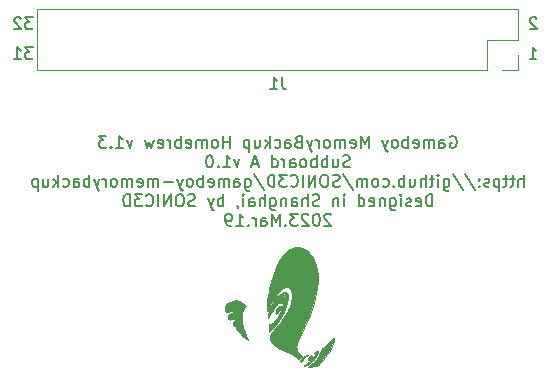
<source format=gbo>
%TF.GenerationSoftware,KiCad,Pcbnew,(5.1.10-1-10_14)*%
%TF.CreationDate,2023-03-27T22:45:21+08:00*%
%TF.ProjectId,GB_MemoryBackup_Subboard_A,47425f4d-656d-46f7-9279-4261636b7570,1.0*%
%TF.SameCoordinates,Original*%
%TF.FileFunction,Legend,Bot*%
%TF.FilePolarity,Positive*%
%FSLAX46Y46*%
G04 Gerber Fmt 4.6, Leading zero omitted, Abs format (unit mm)*
G04 Created by KiCad (PCBNEW (5.1.10-1-10_14)) date 2023-03-27 22:45:21*
%MOMM*%
%LPD*%
G01*
G04 APERTURE LIST*
%ADD10C,0.150000*%
%ADD11C,0.010000*%
%ADD12C,0.120000*%
G04 APERTURE END LIST*
D10*
X148764523Y-83272380D02*
X148145476Y-83272380D01*
X148478809Y-83653333D01*
X148335952Y-83653333D01*
X148240714Y-83700952D01*
X148193095Y-83748571D01*
X148145476Y-83843809D01*
X148145476Y-84081904D01*
X148193095Y-84177142D01*
X148240714Y-84224761D01*
X148335952Y-84272380D01*
X148621666Y-84272380D01*
X148716904Y-84224761D01*
X148764523Y-84177142D01*
X147764523Y-83367619D02*
X147716904Y-83320000D01*
X147621666Y-83272380D01*
X147383571Y-83272380D01*
X147288333Y-83320000D01*
X147240714Y-83367619D01*
X147193095Y-83462857D01*
X147193095Y-83558095D01*
X147240714Y-83700952D01*
X147812142Y-84272380D01*
X147193095Y-84272380D01*
X148764523Y-85812380D02*
X148145476Y-85812380D01*
X148478809Y-86193333D01*
X148335952Y-86193333D01*
X148240714Y-86240952D01*
X148193095Y-86288571D01*
X148145476Y-86383809D01*
X148145476Y-86621904D01*
X148193095Y-86717142D01*
X148240714Y-86764761D01*
X148335952Y-86812380D01*
X148621666Y-86812380D01*
X148716904Y-86764761D01*
X148764523Y-86717142D01*
X147193095Y-86812380D02*
X147764523Y-86812380D01*
X147478809Y-86812380D02*
X147478809Y-85812380D01*
X147574047Y-85955238D01*
X147669285Y-86050476D01*
X147764523Y-86098095D01*
X191420714Y-83367619D02*
X191373095Y-83320000D01*
X191277857Y-83272380D01*
X191039761Y-83272380D01*
X190944523Y-83320000D01*
X190896904Y-83367619D01*
X190849285Y-83462857D01*
X190849285Y-83558095D01*
X190896904Y-83700952D01*
X191468333Y-84272380D01*
X190849285Y-84272380D01*
X190849285Y-86812380D02*
X191420714Y-86812380D01*
X191135000Y-86812380D02*
X191135000Y-85812380D01*
X191230238Y-85955238D01*
X191325476Y-86050476D01*
X191420714Y-86098095D01*
X184116428Y-93355000D02*
X184211666Y-93307380D01*
X184354523Y-93307380D01*
X184497380Y-93355000D01*
X184592619Y-93450238D01*
X184640238Y-93545476D01*
X184687857Y-93735952D01*
X184687857Y-93878809D01*
X184640238Y-94069285D01*
X184592619Y-94164523D01*
X184497380Y-94259761D01*
X184354523Y-94307380D01*
X184259285Y-94307380D01*
X184116428Y-94259761D01*
X184068809Y-94212142D01*
X184068809Y-93878809D01*
X184259285Y-93878809D01*
X183211666Y-94307380D02*
X183211666Y-93783571D01*
X183259285Y-93688333D01*
X183354523Y-93640714D01*
X183545000Y-93640714D01*
X183640238Y-93688333D01*
X183211666Y-94259761D02*
X183306904Y-94307380D01*
X183545000Y-94307380D01*
X183640238Y-94259761D01*
X183687857Y-94164523D01*
X183687857Y-94069285D01*
X183640238Y-93974047D01*
X183545000Y-93926428D01*
X183306904Y-93926428D01*
X183211666Y-93878809D01*
X182735476Y-94307380D02*
X182735476Y-93640714D01*
X182735476Y-93735952D02*
X182687857Y-93688333D01*
X182592619Y-93640714D01*
X182449761Y-93640714D01*
X182354523Y-93688333D01*
X182306904Y-93783571D01*
X182306904Y-94307380D01*
X182306904Y-93783571D02*
X182259285Y-93688333D01*
X182164047Y-93640714D01*
X182021190Y-93640714D01*
X181925952Y-93688333D01*
X181878333Y-93783571D01*
X181878333Y-94307380D01*
X181021190Y-94259761D02*
X181116428Y-94307380D01*
X181306904Y-94307380D01*
X181402142Y-94259761D01*
X181449761Y-94164523D01*
X181449761Y-93783571D01*
X181402142Y-93688333D01*
X181306904Y-93640714D01*
X181116428Y-93640714D01*
X181021190Y-93688333D01*
X180973571Y-93783571D01*
X180973571Y-93878809D01*
X181449761Y-93974047D01*
X180545000Y-94307380D02*
X180545000Y-93307380D01*
X180545000Y-93688333D02*
X180449761Y-93640714D01*
X180259285Y-93640714D01*
X180164047Y-93688333D01*
X180116428Y-93735952D01*
X180068809Y-93831190D01*
X180068809Y-94116904D01*
X180116428Y-94212142D01*
X180164047Y-94259761D01*
X180259285Y-94307380D01*
X180449761Y-94307380D01*
X180545000Y-94259761D01*
X179497380Y-94307380D02*
X179592619Y-94259761D01*
X179640238Y-94212142D01*
X179687857Y-94116904D01*
X179687857Y-93831190D01*
X179640238Y-93735952D01*
X179592619Y-93688333D01*
X179497380Y-93640714D01*
X179354523Y-93640714D01*
X179259285Y-93688333D01*
X179211666Y-93735952D01*
X179164047Y-93831190D01*
X179164047Y-94116904D01*
X179211666Y-94212142D01*
X179259285Y-94259761D01*
X179354523Y-94307380D01*
X179497380Y-94307380D01*
X178830714Y-93640714D02*
X178592619Y-94307380D01*
X178354523Y-93640714D02*
X178592619Y-94307380D01*
X178687857Y-94545476D01*
X178735476Y-94593095D01*
X178830714Y-94640714D01*
X177211666Y-94307380D02*
X177211666Y-93307380D01*
X176878333Y-94021666D01*
X176545000Y-93307380D01*
X176545000Y-94307380D01*
X175687857Y-94259761D02*
X175783095Y-94307380D01*
X175973571Y-94307380D01*
X176068809Y-94259761D01*
X176116428Y-94164523D01*
X176116428Y-93783571D01*
X176068809Y-93688333D01*
X175973571Y-93640714D01*
X175783095Y-93640714D01*
X175687857Y-93688333D01*
X175640238Y-93783571D01*
X175640238Y-93878809D01*
X176116428Y-93974047D01*
X175211666Y-94307380D02*
X175211666Y-93640714D01*
X175211666Y-93735952D02*
X175164047Y-93688333D01*
X175068809Y-93640714D01*
X174925952Y-93640714D01*
X174830714Y-93688333D01*
X174783095Y-93783571D01*
X174783095Y-94307380D01*
X174783095Y-93783571D02*
X174735476Y-93688333D01*
X174640238Y-93640714D01*
X174497380Y-93640714D01*
X174402142Y-93688333D01*
X174354523Y-93783571D01*
X174354523Y-94307380D01*
X173735476Y-94307380D02*
X173830714Y-94259761D01*
X173878333Y-94212142D01*
X173925952Y-94116904D01*
X173925952Y-93831190D01*
X173878333Y-93735952D01*
X173830714Y-93688333D01*
X173735476Y-93640714D01*
X173592619Y-93640714D01*
X173497380Y-93688333D01*
X173449761Y-93735952D01*
X173402142Y-93831190D01*
X173402142Y-94116904D01*
X173449761Y-94212142D01*
X173497380Y-94259761D01*
X173592619Y-94307380D01*
X173735476Y-94307380D01*
X172973571Y-94307380D02*
X172973571Y-93640714D01*
X172973571Y-93831190D02*
X172925952Y-93735952D01*
X172878333Y-93688333D01*
X172783095Y-93640714D01*
X172687857Y-93640714D01*
X172449761Y-93640714D02*
X172211666Y-94307380D01*
X171973571Y-93640714D02*
X172211666Y-94307380D01*
X172306904Y-94545476D01*
X172354523Y-94593095D01*
X172449761Y-94640714D01*
X171259285Y-93783571D02*
X171116428Y-93831190D01*
X171068809Y-93878809D01*
X171021190Y-93974047D01*
X171021190Y-94116904D01*
X171068809Y-94212142D01*
X171116428Y-94259761D01*
X171211666Y-94307380D01*
X171592619Y-94307380D01*
X171592619Y-93307380D01*
X171259285Y-93307380D01*
X171164047Y-93355000D01*
X171116428Y-93402619D01*
X171068809Y-93497857D01*
X171068809Y-93593095D01*
X171116428Y-93688333D01*
X171164047Y-93735952D01*
X171259285Y-93783571D01*
X171592619Y-93783571D01*
X170164047Y-94307380D02*
X170164047Y-93783571D01*
X170211666Y-93688333D01*
X170306904Y-93640714D01*
X170497380Y-93640714D01*
X170592619Y-93688333D01*
X170164047Y-94259761D02*
X170259285Y-94307380D01*
X170497380Y-94307380D01*
X170592619Y-94259761D01*
X170640238Y-94164523D01*
X170640238Y-94069285D01*
X170592619Y-93974047D01*
X170497380Y-93926428D01*
X170259285Y-93926428D01*
X170164047Y-93878809D01*
X169259285Y-94259761D02*
X169354523Y-94307380D01*
X169545000Y-94307380D01*
X169640238Y-94259761D01*
X169687857Y-94212142D01*
X169735476Y-94116904D01*
X169735476Y-93831190D01*
X169687857Y-93735952D01*
X169640238Y-93688333D01*
X169545000Y-93640714D01*
X169354523Y-93640714D01*
X169259285Y-93688333D01*
X168830714Y-94307380D02*
X168830714Y-93307380D01*
X168735476Y-93926428D02*
X168449761Y-94307380D01*
X168449761Y-93640714D02*
X168830714Y-94021666D01*
X167592619Y-93640714D02*
X167592619Y-94307380D01*
X168021190Y-93640714D02*
X168021190Y-94164523D01*
X167973571Y-94259761D01*
X167878333Y-94307380D01*
X167735476Y-94307380D01*
X167640238Y-94259761D01*
X167592619Y-94212142D01*
X167116428Y-93640714D02*
X167116428Y-94640714D01*
X167116428Y-93688333D02*
X167021190Y-93640714D01*
X166830714Y-93640714D01*
X166735476Y-93688333D01*
X166687857Y-93735952D01*
X166640238Y-93831190D01*
X166640238Y-94116904D01*
X166687857Y-94212142D01*
X166735476Y-94259761D01*
X166830714Y-94307380D01*
X167021190Y-94307380D01*
X167116428Y-94259761D01*
X165449761Y-94307380D02*
X165449761Y-93307380D01*
X165449761Y-93783571D02*
X164878333Y-93783571D01*
X164878333Y-94307380D02*
X164878333Y-93307380D01*
X164259285Y-94307380D02*
X164354523Y-94259761D01*
X164402142Y-94212142D01*
X164449761Y-94116904D01*
X164449761Y-93831190D01*
X164402142Y-93735952D01*
X164354523Y-93688333D01*
X164259285Y-93640714D01*
X164116428Y-93640714D01*
X164021190Y-93688333D01*
X163973571Y-93735952D01*
X163925952Y-93831190D01*
X163925952Y-94116904D01*
X163973571Y-94212142D01*
X164021190Y-94259761D01*
X164116428Y-94307380D01*
X164259285Y-94307380D01*
X163497380Y-94307380D02*
X163497380Y-93640714D01*
X163497380Y-93735952D02*
X163449761Y-93688333D01*
X163354523Y-93640714D01*
X163211666Y-93640714D01*
X163116428Y-93688333D01*
X163068809Y-93783571D01*
X163068809Y-94307380D01*
X163068809Y-93783571D02*
X163021190Y-93688333D01*
X162925952Y-93640714D01*
X162783095Y-93640714D01*
X162687857Y-93688333D01*
X162640238Y-93783571D01*
X162640238Y-94307380D01*
X161783095Y-94259761D02*
X161878333Y-94307380D01*
X162068809Y-94307380D01*
X162164047Y-94259761D01*
X162211666Y-94164523D01*
X162211666Y-93783571D01*
X162164047Y-93688333D01*
X162068809Y-93640714D01*
X161878333Y-93640714D01*
X161783095Y-93688333D01*
X161735476Y-93783571D01*
X161735476Y-93878809D01*
X162211666Y-93974047D01*
X161306904Y-94307380D02*
X161306904Y-93307380D01*
X161306904Y-93688333D02*
X161211666Y-93640714D01*
X161021190Y-93640714D01*
X160925952Y-93688333D01*
X160878333Y-93735952D01*
X160830714Y-93831190D01*
X160830714Y-94116904D01*
X160878333Y-94212142D01*
X160925952Y-94259761D01*
X161021190Y-94307380D01*
X161211666Y-94307380D01*
X161306904Y-94259761D01*
X160402142Y-94307380D02*
X160402142Y-93640714D01*
X160402142Y-93831190D02*
X160354523Y-93735952D01*
X160306904Y-93688333D01*
X160211666Y-93640714D01*
X160116428Y-93640714D01*
X159402142Y-94259761D02*
X159497380Y-94307380D01*
X159687857Y-94307380D01*
X159783095Y-94259761D01*
X159830714Y-94164523D01*
X159830714Y-93783571D01*
X159783095Y-93688333D01*
X159687857Y-93640714D01*
X159497380Y-93640714D01*
X159402142Y-93688333D01*
X159354523Y-93783571D01*
X159354523Y-93878809D01*
X159830714Y-93974047D01*
X159021190Y-93640714D02*
X158830714Y-94307380D01*
X158640238Y-93831190D01*
X158449761Y-94307380D01*
X158259285Y-93640714D01*
X157211666Y-93640714D02*
X156973571Y-94307380D01*
X156735476Y-93640714D01*
X155830714Y-94307380D02*
X156402142Y-94307380D01*
X156116428Y-94307380D02*
X156116428Y-93307380D01*
X156211666Y-93450238D01*
X156306904Y-93545476D01*
X156402142Y-93593095D01*
X155402142Y-94212142D02*
X155354523Y-94259761D01*
X155402142Y-94307380D01*
X155449761Y-94259761D01*
X155402142Y-94212142D01*
X155402142Y-94307380D01*
X155021190Y-93307380D02*
X154402142Y-93307380D01*
X154735476Y-93688333D01*
X154592619Y-93688333D01*
X154497380Y-93735952D01*
X154449761Y-93783571D01*
X154402142Y-93878809D01*
X154402142Y-94116904D01*
X154449761Y-94212142D01*
X154497380Y-94259761D01*
X154592619Y-94307380D01*
X154878333Y-94307380D01*
X154973571Y-94259761D01*
X155021190Y-94212142D01*
X175616428Y-95909761D02*
X175473571Y-95957380D01*
X175235476Y-95957380D01*
X175140238Y-95909761D01*
X175092619Y-95862142D01*
X175045000Y-95766904D01*
X175045000Y-95671666D01*
X175092619Y-95576428D01*
X175140238Y-95528809D01*
X175235476Y-95481190D01*
X175425952Y-95433571D01*
X175521190Y-95385952D01*
X175568809Y-95338333D01*
X175616428Y-95243095D01*
X175616428Y-95147857D01*
X175568809Y-95052619D01*
X175521190Y-95005000D01*
X175425952Y-94957380D01*
X175187857Y-94957380D01*
X175045000Y-95005000D01*
X174187857Y-95290714D02*
X174187857Y-95957380D01*
X174616428Y-95290714D02*
X174616428Y-95814523D01*
X174568809Y-95909761D01*
X174473571Y-95957380D01*
X174330714Y-95957380D01*
X174235476Y-95909761D01*
X174187857Y-95862142D01*
X173711666Y-95957380D02*
X173711666Y-94957380D01*
X173711666Y-95338333D02*
X173616428Y-95290714D01*
X173425952Y-95290714D01*
X173330714Y-95338333D01*
X173283095Y-95385952D01*
X173235476Y-95481190D01*
X173235476Y-95766904D01*
X173283095Y-95862142D01*
X173330714Y-95909761D01*
X173425952Y-95957380D01*
X173616428Y-95957380D01*
X173711666Y-95909761D01*
X172806904Y-95957380D02*
X172806904Y-94957380D01*
X172806904Y-95338333D02*
X172711666Y-95290714D01*
X172521190Y-95290714D01*
X172425952Y-95338333D01*
X172378333Y-95385952D01*
X172330714Y-95481190D01*
X172330714Y-95766904D01*
X172378333Y-95862142D01*
X172425952Y-95909761D01*
X172521190Y-95957380D01*
X172711666Y-95957380D01*
X172806904Y-95909761D01*
X171759285Y-95957380D02*
X171854523Y-95909761D01*
X171902142Y-95862142D01*
X171949761Y-95766904D01*
X171949761Y-95481190D01*
X171902142Y-95385952D01*
X171854523Y-95338333D01*
X171759285Y-95290714D01*
X171616428Y-95290714D01*
X171521190Y-95338333D01*
X171473571Y-95385952D01*
X171425952Y-95481190D01*
X171425952Y-95766904D01*
X171473571Y-95862142D01*
X171521190Y-95909761D01*
X171616428Y-95957380D01*
X171759285Y-95957380D01*
X170568809Y-95957380D02*
X170568809Y-95433571D01*
X170616428Y-95338333D01*
X170711666Y-95290714D01*
X170902142Y-95290714D01*
X170997380Y-95338333D01*
X170568809Y-95909761D02*
X170664047Y-95957380D01*
X170902142Y-95957380D01*
X170997380Y-95909761D01*
X171045000Y-95814523D01*
X171045000Y-95719285D01*
X170997380Y-95624047D01*
X170902142Y-95576428D01*
X170664047Y-95576428D01*
X170568809Y-95528809D01*
X170092619Y-95957380D02*
X170092619Y-95290714D01*
X170092619Y-95481190D02*
X170045000Y-95385952D01*
X169997380Y-95338333D01*
X169902142Y-95290714D01*
X169806904Y-95290714D01*
X169045000Y-95957380D02*
X169045000Y-94957380D01*
X169045000Y-95909761D02*
X169140238Y-95957380D01*
X169330714Y-95957380D01*
X169425952Y-95909761D01*
X169473571Y-95862142D01*
X169521190Y-95766904D01*
X169521190Y-95481190D01*
X169473571Y-95385952D01*
X169425952Y-95338333D01*
X169330714Y-95290714D01*
X169140238Y-95290714D01*
X169045000Y-95338333D01*
X167854523Y-95671666D02*
X167378333Y-95671666D01*
X167949761Y-95957380D02*
X167616428Y-94957380D01*
X167283095Y-95957380D01*
X166283095Y-95290714D02*
X166045000Y-95957380D01*
X165806904Y-95290714D01*
X164902142Y-95957380D02*
X165473571Y-95957380D01*
X165187857Y-95957380D02*
X165187857Y-94957380D01*
X165283095Y-95100238D01*
X165378333Y-95195476D01*
X165473571Y-95243095D01*
X164473571Y-95862142D02*
X164425952Y-95909761D01*
X164473571Y-95957380D01*
X164521190Y-95909761D01*
X164473571Y-95862142D01*
X164473571Y-95957380D01*
X163806904Y-94957380D02*
X163711666Y-94957380D01*
X163616428Y-95005000D01*
X163568809Y-95052619D01*
X163521190Y-95147857D01*
X163473571Y-95338333D01*
X163473571Y-95576428D01*
X163521190Y-95766904D01*
X163568809Y-95862142D01*
X163616428Y-95909761D01*
X163711666Y-95957380D01*
X163806904Y-95957380D01*
X163902142Y-95909761D01*
X163949761Y-95862142D01*
X163997380Y-95766904D01*
X164045000Y-95576428D01*
X164045000Y-95338333D01*
X163997380Y-95147857D01*
X163949761Y-95052619D01*
X163902142Y-95005000D01*
X163806904Y-94957380D01*
X190330714Y-97607380D02*
X190330714Y-96607380D01*
X189902142Y-97607380D02*
X189902142Y-97083571D01*
X189949761Y-96988333D01*
X190045000Y-96940714D01*
X190187857Y-96940714D01*
X190283095Y-96988333D01*
X190330714Y-97035952D01*
X189568809Y-96940714D02*
X189187857Y-96940714D01*
X189425952Y-96607380D02*
X189425952Y-97464523D01*
X189378333Y-97559761D01*
X189283095Y-97607380D01*
X189187857Y-97607380D01*
X188997380Y-96940714D02*
X188616428Y-96940714D01*
X188854523Y-96607380D02*
X188854523Y-97464523D01*
X188806904Y-97559761D01*
X188711666Y-97607380D01*
X188616428Y-97607380D01*
X188283095Y-96940714D02*
X188283095Y-97940714D01*
X188283095Y-96988333D02*
X188187857Y-96940714D01*
X187997380Y-96940714D01*
X187902142Y-96988333D01*
X187854523Y-97035952D01*
X187806904Y-97131190D01*
X187806904Y-97416904D01*
X187854523Y-97512142D01*
X187902142Y-97559761D01*
X187997380Y-97607380D01*
X188187857Y-97607380D01*
X188283095Y-97559761D01*
X187425952Y-97559761D02*
X187330714Y-97607380D01*
X187140238Y-97607380D01*
X187045000Y-97559761D01*
X186997380Y-97464523D01*
X186997380Y-97416904D01*
X187045000Y-97321666D01*
X187140238Y-97274047D01*
X187283095Y-97274047D01*
X187378333Y-97226428D01*
X187425952Y-97131190D01*
X187425952Y-97083571D01*
X187378333Y-96988333D01*
X187283095Y-96940714D01*
X187140238Y-96940714D01*
X187045000Y-96988333D01*
X186568809Y-97512142D02*
X186521190Y-97559761D01*
X186568809Y-97607380D01*
X186616428Y-97559761D01*
X186568809Y-97512142D01*
X186568809Y-97607380D01*
X186568809Y-96988333D02*
X186521190Y-97035952D01*
X186568809Y-97083571D01*
X186616428Y-97035952D01*
X186568809Y-96988333D01*
X186568809Y-97083571D01*
X185378333Y-96559761D02*
X186235476Y-97845476D01*
X184330714Y-96559761D02*
X185187857Y-97845476D01*
X183568809Y-96940714D02*
X183568809Y-97750238D01*
X183616428Y-97845476D01*
X183664047Y-97893095D01*
X183759285Y-97940714D01*
X183902142Y-97940714D01*
X183997380Y-97893095D01*
X183568809Y-97559761D02*
X183664047Y-97607380D01*
X183854523Y-97607380D01*
X183949761Y-97559761D01*
X183997380Y-97512142D01*
X184045000Y-97416904D01*
X184045000Y-97131190D01*
X183997380Y-97035952D01*
X183949761Y-96988333D01*
X183854523Y-96940714D01*
X183664047Y-96940714D01*
X183568809Y-96988333D01*
X183092619Y-97607380D02*
X183092619Y-96940714D01*
X183092619Y-96607380D02*
X183140238Y-96655000D01*
X183092619Y-96702619D01*
X183045000Y-96655000D01*
X183092619Y-96607380D01*
X183092619Y-96702619D01*
X182759285Y-96940714D02*
X182378333Y-96940714D01*
X182616428Y-96607380D02*
X182616428Y-97464523D01*
X182568809Y-97559761D01*
X182473571Y-97607380D01*
X182378333Y-97607380D01*
X182045000Y-97607380D02*
X182045000Y-96607380D01*
X181616428Y-97607380D02*
X181616428Y-97083571D01*
X181664047Y-96988333D01*
X181759285Y-96940714D01*
X181902142Y-96940714D01*
X181997380Y-96988333D01*
X182045000Y-97035952D01*
X180711666Y-96940714D02*
X180711666Y-97607380D01*
X181140238Y-96940714D02*
X181140238Y-97464523D01*
X181092619Y-97559761D01*
X180997380Y-97607380D01*
X180854523Y-97607380D01*
X180759285Y-97559761D01*
X180711666Y-97512142D01*
X180235476Y-97607380D02*
X180235476Y-96607380D01*
X180235476Y-96988333D02*
X180140238Y-96940714D01*
X179949761Y-96940714D01*
X179854523Y-96988333D01*
X179806904Y-97035952D01*
X179759285Y-97131190D01*
X179759285Y-97416904D01*
X179806904Y-97512142D01*
X179854523Y-97559761D01*
X179949761Y-97607380D01*
X180140238Y-97607380D01*
X180235476Y-97559761D01*
X179330714Y-97512142D02*
X179283095Y-97559761D01*
X179330714Y-97607380D01*
X179378333Y-97559761D01*
X179330714Y-97512142D01*
X179330714Y-97607380D01*
X178425952Y-97559761D02*
X178521190Y-97607380D01*
X178711666Y-97607380D01*
X178806904Y-97559761D01*
X178854523Y-97512142D01*
X178902142Y-97416904D01*
X178902142Y-97131190D01*
X178854523Y-97035952D01*
X178806904Y-96988333D01*
X178711666Y-96940714D01*
X178521190Y-96940714D01*
X178425952Y-96988333D01*
X177854523Y-97607380D02*
X177949761Y-97559761D01*
X177997380Y-97512142D01*
X178045000Y-97416904D01*
X178045000Y-97131190D01*
X177997380Y-97035952D01*
X177949761Y-96988333D01*
X177854523Y-96940714D01*
X177711666Y-96940714D01*
X177616428Y-96988333D01*
X177568809Y-97035952D01*
X177521190Y-97131190D01*
X177521190Y-97416904D01*
X177568809Y-97512142D01*
X177616428Y-97559761D01*
X177711666Y-97607380D01*
X177854523Y-97607380D01*
X177092619Y-97607380D02*
X177092619Y-96940714D01*
X177092619Y-97035952D02*
X177045000Y-96988333D01*
X176949761Y-96940714D01*
X176806904Y-96940714D01*
X176711666Y-96988333D01*
X176664047Y-97083571D01*
X176664047Y-97607380D01*
X176664047Y-97083571D02*
X176616428Y-96988333D01*
X176521190Y-96940714D01*
X176378333Y-96940714D01*
X176283095Y-96988333D01*
X176235476Y-97083571D01*
X176235476Y-97607380D01*
X175045000Y-96559761D02*
X175902142Y-97845476D01*
X174759285Y-97559761D02*
X174616428Y-97607380D01*
X174378333Y-97607380D01*
X174283095Y-97559761D01*
X174235476Y-97512142D01*
X174187857Y-97416904D01*
X174187857Y-97321666D01*
X174235476Y-97226428D01*
X174283095Y-97178809D01*
X174378333Y-97131190D01*
X174568809Y-97083571D01*
X174664047Y-97035952D01*
X174711666Y-96988333D01*
X174759285Y-96893095D01*
X174759285Y-96797857D01*
X174711666Y-96702619D01*
X174664047Y-96655000D01*
X174568809Y-96607380D01*
X174330714Y-96607380D01*
X174187857Y-96655000D01*
X173568809Y-96607380D02*
X173378333Y-96607380D01*
X173283095Y-96655000D01*
X173187857Y-96750238D01*
X173140238Y-96940714D01*
X173140238Y-97274047D01*
X173187857Y-97464523D01*
X173283095Y-97559761D01*
X173378333Y-97607380D01*
X173568809Y-97607380D01*
X173664047Y-97559761D01*
X173759285Y-97464523D01*
X173806904Y-97274047D01*
X173806904Y-96940714D01*
X173759285Y-96750238D01*
X173664047Y-96655000D01*
X173568809Y-96607380D01*
X172711666Y-97607380D02*
X172711666Y-96607380D01*
X172140238Y-97607380D01*
X172140238Y-96607380D01*
X171664047Y-97607380D02*
X171664047Y-96607380D01*
X170616428Y-97512142D02*
X170664047Y-97559761D01*
X170806904Y-97607380D01*
X170902142Y-97607380D01*
X171045000Y-97559761D01*
X171140238Y-97464523D01*
X171187857Y-97369285D01*
X171235476Y-97178809D01*
X171235476Y-97035952D01*
X171187857Y-96845476D01*
X171140238Y-96750238D01*
X171045000Y-96655000D01*
X170902142Y-96607380D01*
X170806904Y-96607380D01*
X170664047Y-96655000D01*
X170616428Y-96702619D01*
X170283095Y-96607380D02*
X169664047Y-96607380D01*
X169997380Y-96988333D01*
X169854523Y-96988333D01*
X169759285Y-97035952D01*
X169711666Y-97083571D01*
X169664047Y-97178809D01*
X169664047Y-97416904D01*
X169711666Y-97512142D01*
X169759285Y-97559761D01*
X169854523Y-97607380D01*
X170140238Y-97607380D01*
X170235476Y-97559761D01*
X170283095Y-97512142D01*
X169235476Y-97607380D02*
X169235476Y-96607380D01*
X168997380Y-96607380D01*
X168854523Y-96655000D01*
X168759285Y-96750238D01*
X168711666Y-96845476D01*
X168664047Y-97035952D01*
X168664047Y-97178809D01*
X168711666Y-97369285D01*
X168759285Y-97464523D01*
X168854523Y-97559761D01*
X168997380Y-97607380D01*
X169235476Y-97607380D01*
X167521190Y-96559761D02*
X168378333Y-97845476D01*
X166759285Y-96940714D02*
X166759285Y-97750238D01*
X166806904Y-97845476D01*
X166854523Y-97893095D01*
X166949761Y-97940714D01*
X167092619Y-97940714D01*
X167187857Y-97893095D01*
X166759285Y-97559761D02*
X166854523Y-97607380D01*
X167045000Y-97607380D01*
X167140238Y-97559761D01*
X167187857Y-97512142D01*
X167235476Y-97416904D01*
X167235476Y-97131190D01*
X167187857Y-97035952D01*
X167140238Y-96988333D01*
X167045000Y-96940714D01*
X166854523Y-96940714D01*
X166759285Y-96988333D01*
X165854523Y-97607380D02*
X165854523Y-97083571D01*
X165902142Y-96988333D01*
X165997380Y-96940714D01*
X166187857Y-96940714D01*
X166283095Y-96988333D01*
X165854523Y-97559761D02*
X165949761Y-97607380D01*
X166187857Y-97607380D01*
X166283095Y-97559761D01*
X166330714Y-97464523D01*
X166330714Y-97369285D01*
X166283095Y-97274047D01*
X166187857Y-97226428D01*
X165949761Y-97226428D01*
X165854523Y-97178809D01*
X165378333Y-97607380D02*
X165378333Y-96940714D01*
X165378333Y-97035952D02*
X165330714Y-96988333D01*
X165235476Y-96940714D01*
X165092619Y-96940714D01*
X164997380Y-96988333D01*
X164949761Y-97083571D01*
X164949761Y-97607380D01*
X164949761Y-97083571D02*
X164902142Y-96988333D01*
X164806904Y-96940714D01*
X164664047Y-96940714D01*
X164568809Y-96988333D01*
X164521190Y-97083571D01*
X164521190Y-97607380D01*
X163664047Y-97559761D02*
X163759285Y-97607380D01*
X163949761Y-97607380D01*
X164045000Y-97559761D01*
X164092619Y-97464523D01*
X164092619Y-97083571D01*
X164045000Y-96988333D01*
X163949761Y-96940714D01*
X163759285Y-96940714D01*
X163664047Y-96988333D01*
X163616428Y-97083571D01*
X163616428Y-97178809D01*
X164092619Y-97274047D01*
X163187857Y-97607380D02*
X163187857Y-96607380D01*
X163187857Y-96988333D02*
X163092619Y-96940714D01*
X162902142Y-96940714D01*
X162806904Y-96988333D01*
X162759285Y-97035952D01*
X162711666Y-97131190D01*
X162711666Y-97416904D01*
X162759285Y-97512142D01*
X162806904Y-97559761D01*
X162902142Y-97607380D01*
X163092619Y-97607380D01*
X163187857Y-97559761D01*
X162140238Y-97607380D02*
X162235476Y-97559761D01*
X162283095Y-97512142D01*
X162330714Y-97416904D01*
X162330714Y-97131190D01*
X162283095Y-97035952D01*
X162235476Y-96988333D01*
X162140238Y-96940714D01*
X161997380Y-96940714D01*
X161902142Y-96988333D01*
X161854523Y-97035952D01*
X161806904Y-97131190D01*
X161806904Y-97416904D01*
X161854523Y-97512142D01*
X161902142Y-97559761D01*
X161997380Y-97607380D01*
X162140238Y-97607380D01*
X161473571Y-96940714D02*
X161235476Y-97607380D01*
X160997380Y-96940714D02*
X161235476Y-97607380D01*
X161330714Y-97845476D01*
X161378333Y-97893095D01*
X161473571Y-97940714D01*
X160616428Y-97226428D02*
X159854523Y-97226428D01*
X159378333Y-97607380D02*
X159378333Y-96940714D01*
X159378333Y-97035952D02*
X159330714Y-96988333D01*
X159235476Y-96940714D01*
X159092619Y-96940714D01*
X158997380Y-96988333D01*
X158949761Y-97083571D01*
X158949761Y-97607380D01*
X158949761Y-97083571D02*
X158902142Y-96988333D01*
X158806904Y-96940714D01*
X158664047Y-96940714D01*
X158568809Y-96988333D01*
X158521190Y-97083571D01*
X158521190Y-97607380D01*
X157664047Y-97559761D02*
X157759285Y-97607380D01*
X157949761Y-97607380D01*
X158045000Y-97559761D01*
X158092619Y-97464523D01*
X158092619Y-97083571D01*
X158045000Y-96988333D01*
X157949761Y-96940714D01*
X157759285Y-96940714D01*
X157664047Y-96988333D01*
X157616428Y-97083571D01*
X157616428Y-97178809D01*
X158092619Y-97274047D01*
X157187857Y-97607380D02*
X157187857Y-96940714D01*
X157187857Y-97035952D02*
X157140238Y-96988333D01*
X157045000Y-96940714D01*
X156902142Y-96940714D01*
X156806904Y-96988333D01*
X156759285Y-97083571D01*
X156759285Y-97607380D01*
X156759285Y-97083571D02*
X156711666Y-96988333D01*
X156616428Y-96940714D01*
X156473571Y-96940714D01*
X156378333Y-96988333D01*
X156330714Y-97083571D01*
X156330714Y-97607380D01*
X155711666Y-97607380D02*
X155806904Y-97559761D01*
X155854523Y-97512142D01*
X155902142Y-97416904D01*
X155902142Y-97131190D01*
X155854523Y-97035952D01*
X155806904Y-96988333D01*
X155711666Y-96940714D01*
X155568809Y-96940714D01*
X155473571Y-96988333D01*
X155425952Y-97035952D01*
X155378333Y-97131190D01*
X155378333Y-97416904D01*
X155425952Y-97512142D01*
X155473571Y-97559761D01*
X155568809Y-97607380D01*
X155711666Y-97607380D01*
X154949761Y-97607380D02*
X154949761Y-96940714D01*
X154949761Y-97131190D02*
X154902142Y-97035952D01*
X154854523Y-96988333D01*
X154759285Y-96940714D01*
X154664047Y-96940714D01*
X154425952Y-96940714D02*
X154187857Y-97607380D01*
X153949761Y-96940714D02*
X154187857Y-97607380D01*
X154283095Y-97845476D01*
X154330714Y-97893095D01*
X154425952Y-97940714D01*
X153568809Y-97607380D02*
X153568809Y-96607380D01*
X153568809Y-96988333D02*
X153473571Y-96940714D01*
X153283095Y-96940714D01*
X153187857Y-96988333D01*
X153140238Y-97035952D01*
X153092619Y-97131190D01*
X153092619Y-97416904D01*
X153140238Y-97512142D01*
X153187857Y-97559761D01*
X153283095Y-97607380D01*
X153473571Y-97607380D01*
X153568809Y-97559761D01*
X152235476Y-97607380D02*
X152235476Y-97083571D01*
X152283095Y-96988333D01*
X152378333Y-96940714D01*
X152568809Y-96940714D01*
X152664047Y-96988333D01*
X152235476Y-97559761D02*
X152330714Y-97607380D01*
X152568809Y-97607380D01*
X152664047Y-97559761D01*
X152711666Y-97464523D01*
X152711666Y-97369285D01*
X152664047Y-97274047D01*
X152568809Y-97226428D01*
X152330714Y-97226428D01*
X152235476Y-97178809D01*
X151330714Y-97559761D02*
X151425952Y-97607380D01*
X151616428Y-97607380D01*
X151711666Y-97559761D01*
X151759285Y-97512142D01*
X151806904Y-97416904D01*
X151806904Y-97131190D01*
X151759285Y-97035952D01*
X151711666Y-96988333D01*
X151616428Y-96940714D01*
X151425952Y-96940714D01*
X151330714Y-96988333D01*
X150902142Y-97607380D02*
X150902142Y-96607380D01*
X150806904Y-97226428D02*
X150521190Y-97607380D01*
X150521190Y-96940714D02*
X150902142Y-97321666D01*
X149664047Y-96940714D02*
X149664047Y-97607380D01*
X150092619Y-96940714D02*
X150092619Y-97464523D01*
X150045000Y-97559761D01*
X149949761Y-97607380D01*
X149806904Y-97607380D01*
X149711666Y-97559761D01*
X149664047Y-97512142D01*
X149187857Y-96940714D02*
X149187857Y-97940714D01*
X149187857Y-96988333D02*
X149092619Y-96940714D01*
X148902142Y-96940714D01*
X148806904Y-96988333D01*
X148759285Y-97035952D01*
X148711666Y-97131190D01*
X148711666Y-97416904D01*
X148759285Y-97512142D01*
X148806904Y-97559761D01*
X148902142Y-97607380D01*
X149092619Y-97607380D01*
X149187857Y-97559761D01*
X182616428Y-99257380D02*
X182616428Y-98257380D01*
X182378333Y-98257380D01*
X182235476Y-98305000D01*
X182140238Y-98400238D01*
X182092619Y-98495476D01*
X182045000Y-98685952D01*
X182045000Y-98828809D01*
X182092619Y-99019285D01*
X182140238Y-99114523D01*
X182235476Y-99209761D01*
X182378333Y-99257380D01*
X182616428Y-99257380D01*
X181235476Y-99209761D02*
X181330714Y-99257380D01*
X181521190Y-99257380D01*
X181616428Y-99209761D01*
X181664047Y-99114523D01*
X181664047Y-98733571D01*
X181616428Y-98638333D01*
X181521190Y-98590714D01*
X181330714Y-98590714D01*
X181235476Y-98638333D01*
X181187857Y-98733571D01*
X181187857Y-98828809D01*
X181664047Y-98924047D01*
X180806904Y-99209761D02*
X180711666Y-99257380D01*
X180521190Y-99257380D01*
X180425952Y-99209761D01*
X180378333Y-99114523D01*
X180378333Y-99066904D01*
X180425952Y-98971666D01*
X180521190Y-98924047D01*
X180664047Y-98924047D01*
X180759285Y-98876428D01*
X180806904Y-98781190D01*
X180806904Y-98733571D01*
X180759285Y-98638333D01*
X180664047Y-98590714D01*
X180521190Y-98590714D01*
X180425952Y-98638333D01*
X179949761Y-99257380D02*
X179949761Y-98590714D01*
X179949761Y-98257380D02*
X179997380Y-98305000D01*
X179949761Y-98352619D01*
X179902142Y-98305000D01*
X179949761Y-98257380D01*
X179949761Y-98352619D01*
X179044999Y-98590714D02*
X179044999Y-99400238D01*
X179092619Y-99495476D01*
X179140238Y-99543095D01*
X179235476Y-99590714D01*
X179378333Y-99590714D01*
X179473571Y-99543095D01*
X179044999Y-99209761D02*
X179140238Y-99257380D01*
X179330714Y-99257380D01*
X179425952Y-99209761D01*
X179473571Y-99162142D01*
X179521190Y-99066904D01*
X179521190Y-98781190D01*
X179473571Y-98685952D01*
X179425952Y-98638333D01*
X179330714Y-98590714D01*
X179140238Y-98590714D01*
X179044999Y-98638333D01*
X178568809Y-98590714D02*
X178568809Y-99257380D01*
X178568809Y-98685952D02*
X178521190Y-98638333D01*
X178425952Y-98590714D01*
X178283095Y-98590714D01*
X178187857Y-98638333D01*
X178140238Y-98733571D01*
X178140238Y-99257380D01*
X177283095Y-99209761D02*
X177378333Y-99257380D01*
X177568809Y-99257380D01*
X177664047Y-99209761D01*
X177711666Y-99114523D01*
X177711666Y-98733571D01*
X177664047Y-98638333D01*
X177568809Y-98590714D01*
X177378333Y-98590714D01*
X177283095Y-98638333D01*
X177235476Y-98733571D01*
X177235476Y-98828809D01*
X177711666Y-98924047D01*
X176378333Y-99257380D02*
X176378333Y-98257380D01*
X176378333Y-99209761D02*
X176473571Y-99257380D01*
X176664047Y-99257380D01*
X176759285Y-99209761D01*
X176806904Y-99162142D01*
X176854523Y-99066904D01*
X176854523Y-98781190D01*
X176806904Y-98685952D01*
X176759285Y-98638333D01*
X176664047Y-98590714D01*
X176473571Y-98590714D01*
X176378333Y-98638333D01*
X175140238Y-99257380D02*
X175140238Y-98590714D01*
X175140238Y-98257380D02*
X175187857Y-98305000D01*
X175140238Y-98352619D01*
X175092619Y-98305000D01*
X175140238Y-98257380D01*
X175140238Y-98352619D01*
X174664047Y-98590714D02*
X174664047Y-99257380D01*
X174664047Y-98685952D02*
X174616428Y-98638333D01*
X174521190Y-98590714D01*
X174378333Y-98590714D01*
X174283095Y-98638333D01*
X174235476Y-98733571D01*
X174235476Y-99257380D01*
X173045000Y-99209761D02*
X172902142Y-99257380D01*
X172664047Y-99257380D01*
X172568809Y-99209761D01*
X172521190Y-99162142D01*
X172473571Y-99066904D01*
X172473571Y-98971666D01*
X172521190Y-98876428D01*
X172568809Y-98828809D01*
X172664047Y-98781190D01*
X172854523Y-98733571D01*
X172949761Y-98685952D01*
X172997380Y-98638333D01*
X173045000Y-98543095D01*
X173045000Y-98447857D01*
X172997380Y-98352619D01*
X172949761Y-98305000D01*
X172854523Y-98257380D01*
X172616428Y-98257380D01*
X172473571Y-98305000D01*
X172045000Y-99257380D02*
X172045000Y-98257380D01*
X171616428Y-99257380D02*
X171616428Y-98733571D01*
X171664047Y-98638333D01*
X171759285Y-98590714D01*
X171902142Y-98590714D01*
X171997380Y-98638333D01*
X172045000Y-98685952D01*
X170711666Y-99257380D02*
X170711666Y-98733571D01*
X170759285Y-98638333D01*
X170854523Y-98590714D01*
X171045000Y-98590714D01*
X171140238Y-98638333D01*
X170711666Y-99209761D02*
X170806904Y-99257380D01*
X171045000Y-99257380D01*
X171140238Y-99209761D01*
X171187857Y-99114523D01*
X171187857Y-99019285D01*
X171140238Y-98924047D01*
X171045000Y-98876428D01*
X170806904Y-98876428D01*
X170711666Y-98828809D01*
X170235476Y-98590714D02*
X170235476Y-99257380D01*
X170235476Y-98685952D02*
X170187857Y-98638333D01*
X170092619Y-98590714D01*
X169949761Y-98590714D01*
X169854523Y-98638333D01*
X169806904Y-98733571D01*
X169806904Y-99257380D01*
X168902142Y-98590714D02*
X168902142Y-99400238D01*
X168949761Y-99495476D01*
X168997380Y-99543095D01*
X169092619Y-99590714D01*
X169235476Y-99590714D01*
X169330714Y-99543095D01*
X168902142Y-99209761D02*
X168997380Y-99257380D01*
X169187857Y-99257380D01*
X169283095Y-99209761D01*
X169330714Y-99162142D01*
X169378333Y-99066904D01*
X169378333Y-98781190D01*
X169330714Y-98685952D01*
X169283095Y-98638333D01*
X169187857Y-98590714D01*
X168997380Y-98590714D01*
X168902142Y-98638333D01*
X168425952Y-99257380D02*
X168425952Y-98257380D01*
X167997380Y-99257380D02*
X167997380Y-98733571D01*
X168045000Y-98638333D01*
X168140238Y-98590714D01*
X168283095Y-98590714D01*
X168378333Y-98638333D01*
X168425952Y-98685952D01*
X167092619Y-99257380D02*
X167092619Y-98733571D01*
X167140238Y-98638333D01*
X167235476Y-98590714D01*
X167425952Y-98590714D01*
X167521190Y-98638333D01*
X167092619Y-99209761D02*
X167187857Y-99257380D01*
X167425952Y-99257380D01*
X167521190Y-99209761D01*
X167568809Y-99114523D01*
X167568809Y-99019285D01*
X167521190Y-98924047D01*
X167425952Y-98876428D01*
X167187857Y-98876428D01*
X167092619Y-98828809D01*
X166616428Y-99257380D02*
X166616428Y-98590714D01*
X166616428Y-98257380D02*
X166664047Y-98305000D01*
X166616428Y-98352619D01*
X166568809Y-98305000D01*
X166616428Y-98257380D01*
X166616428Y-98352619D01*
X166092619Y-99209761D02*
X166092619Y-99257380D01*
X166140238Y-99352619D01*
X166187857Y-99400238D01*
X164902142Y-99257380D02*
X164902142Y-98257380D01*
X164902142Y-98638333D02*
X164806904Y-98590714D01*
X164616428Y-98590714D01*
X164521190Y-98638333D01*
X164473571Y-98685952D01*
X164425952Y-98781190D01*
X164425952Y-99066904D01*
X164473571Y-99162142D01*
X164521190Y-99209761D01*
X164616428Y-99257380D01*
X164806904Y-99257380D01*
X164902142Y-99209761D01*
X164092619Y-98590714D02*
X163854523Y-99257380D01*
X163616428Y-98590714D02*
X163854523Y-99257380D01*
X163949761Y-99495476D01*
X163997380Y-99543095D01*
X164092619Y-99590714D01*
X162521190Y-99209761D02*
X162378333Y-99257380D01*
X162140238Y-99257380D01*
X162045000Y-99209761D01*
X161997380Y-99162142D01*
X161949761Y-99066904D01*
X161949761Y-98971666D01*
X161997380Y-98876428D01*
X162045000Y-98828809D01*
X162140238Y-98781190D01*
X162330714Y-98733571D01*
X162425952Y-98685952D01*
X162473571Y-98638333D01*
X162521190Y-98543095D01*
X162521190Y-98447857D01*
X162473571Y-98352619D01*
X162425952Y-98305000D01*
X162330714Y-98257380D01*
X162092619Y-98257380D01*
X161949761Y-98305000D01*
X161330714Y-98257380D02*
X161140238Y-98257380D01*
X161045000Y-98305000D01*
X160949761Y-98400238D01*
X160902142Y-98590714D01*
X160902142Y-98924047D01*
X160949761Y-99114523D01*
X161045000Y-99209761D01*
X161140238Y-99257380D01*
X161330714Y-99257380D01*
X161425952Y-99209761D01*
X161521190Y-99114523D01*
X161568809Y-98924047D01*
X161568809Y-98590714D01*
X161521190Y-98400238D01*
X161425952Y-98305000D01*
X161330714Y-98257380D01*
X160473571Y-99257380D02*
X160473571Y-98257380D01*
X159902142Y-99257380D01*
X159902142Y-98257380D01*
X159425952Y-99257380D02*
X159425952Y-98257380D01*
X158378333Y-99162142D02*
X158425952Y-99209761D01*
X158568809Y-99257380D01*
X158664047Y-99257380D01*
X158806904Y-99209761D01*
X158902142Y-99114523D01*
X158949761Y-99019285D01*
X158997380Y-98828809D01*
X158997380Y-98685952D01*
X158949761Y-98495476D01*
X158902142Y-98400238D01*
X158806904Y-98305000D01*
X158664047Y-98257380D01*
X158568809Y-98257380D01*
X158425952Y-98305000D01*
X158378333Y-98352619D01*
X158045000Y-98257380D02*
X157425952Y-98257380D01*
X157759285Y-98638333D01*
X157616428Y-98638333D01*
X157521190Y-98685952D01*
X157473571Y-98733571D01*
X157425952Y-98828809D01*
X157425952Y-99066904D01*
X157473571Y-99162142D01*
X157521190Y-99209761D01*
X157616428Y-99257380D01*
X157902142Y-99257380D01*
X157997380Y-99209761D01*
X158045000Y-99162142D01*
X156997380Y-99257380D02*
X156997380Y-98257380D01*
X156759285Y-98257380D01*
X156616428Y-98305000D01*
X156521190Y-98400238D01*
X156473571Y-98495476D01*
X156425952Y-98685952D01*
X156425952Y-98828809D01*
X156473571Y-99019285D01*
X156521190Y-99114523D01*
X156616428Y-99209761D01*
X156759285Y-99257380D01*
X156997380Y-99257380D01*
X174021190Y-100002619D02*
X173973571Y-99955000D01*
X173878333Y-99907380D01*
X173640238Y-99907380D01*
X173545000Y-99955000D01*
X173497380Y-100002619D01*
X173449761Y-100097857D01*
X173449761Y-100193095D01*
X173497380Y-100335952D01*
X174068809Y-100907380D01*
X173449761Y-100907380D01*
X172830714Y-99907380D02*
X172735476Y-99907380D01*
X172640238Y-99955000D01*
X172592619Y-100002619D01*
X172545000Y-100097857D01*
X172497380Y-100288333D01*
X172497380Y-100526428D01*
X172545000Y-100716904D01*
X172592619Y-100812142D01*
X172640238Y-100859761D01*
X172735476Y-100907380D01*
X172830714Y-100907380D01*
X172925952Y-100859761D01*
X172973571Y-100812142D01*
X173021190Y-100716904D01*
X173068809Y-100526428D01*
X173068809Y-100288333D01*
X173021190Y-100097857D01*
X172973571Y-100002619D01*
X172925952Y-99955000D01*
X172830714Y-99907380D01*
X172116428Y-100002619D02*
X172068809Y-99955000D01*
X171973571Y-99907380D01*
X171735476Y-99907380D01*
X171640238Y-99955000D01*
X171592619Y-100002619D01*
X171545000Y-100097857D01*
X171545000Y-100193095D01*
X171592619Y-100335952D01*
X172164047Y-100907380D01*
X171545000Y-100907380D01*
X171211666Y-99907380D02*
X170592619Y-99907380D01*
X170925952Y-100288333D01*
X170783095Y-100288333D01*
X170687857Y-100335952D01*
X170640238Y-100383571D01*
X170592619Y-100478809D01*
X170592619Y-100716904D01*
X170640238Y-100812142D01*
X170687857Y-100859761D01*
X170783095Y-100907380D01*
X171068809Y-100907380D01*
X171164047Y-100859761D01*
X171211666Y-100812142D01*
X170164047Y-100812142D02*
X170116428Y-100859761D01*
X170164047Y-100907380D01*
X170211666Y-100859761D01*
X170164047Y-100812142D01*
X170164047Y-100907380D01*
X169687857Y-100907380D02*
X169687857Y-99907380D01*
X169354523Y-100621666D01*
X169021190Y-99907380D01*
X169021190Y-100907380D01*
X168116428Y-100907380D02*
X168116428Y-100383571D01*
X168164047Y-100288333D01*
X168259285Y-100240714D01*
X168449761Y-100240714D01*
X168545000Y-100288333D01*
X168116428Y-100859761D02*
X168211666Y-100907380D01*
X168449761Y-100907380D01*
X168545000Y-100859761D01*
X168592619Y-100764523D01*
X168592619Y-100669285D01*
X168545000Y-100574047D01*
X168449761Y-100526428D01*
X168211666Y-100526428D01*
X168116428Y-100478809D01*
X167640238Y-100907380D02*
X167640238Y-100240714D01*
X167640238Y-100431190D02*
X167592619Y-100335952D01*
X167545000Y-100288333D01*
X167449761Y-100240714D01*
X167354523Y-100240714D01*
X167021190Y-100812142D02*
X166973571Y-100859761D01*
X167021190Y-100907380D01*
X167068809Y-100859761D01*
X167021190Y-100812142D01*
X167021190Y-100907380D01*
X166021190Y-100907380D02*
X166592619Y-100907380D01*
X166306904Y-100907380D02*
X166306904Y-99907380D01*
X166402142Y-100050238D01*
X166497380Y-100145476D01*
X166592619Y-100193095D01*
X165545000Y-100907380D02*
X165354523Y-100907380D01*
X165259285Y-100859761D01*
X165211666Y-100812142D01*
X165116428Y-100669285D01*
X165068809Y-100478809D01*
X165068809Y-100097857D01*
X165116428Y-100002619D01*
X165164047Y-99955000D01*
X165259285Y-99907380D01*
X165449761Y-99907380D01*
X165545000Y-99955000D01*
X165592619Y-100002619D01*
X165640238Y-100097857D01*
X165640238Y-100335952D01*
X165592619Y-100431190D01*
X165545000Y-100478809D01*
X165449761Y-100526428D01*
X165259285Y-100526428D01*
X165164047Y-100478809D01*
X165116428Y-100431190D01*
X165068809Y-100335952D01*
D11*
%TO.C,G\u002A\u002A\u002A*%
G36*
X169741389Y-106815286D02*
G01*
X169696316Y-106835532D01*
X169694761Y-106861118D01*
X169714389Y-106897625D01*
X169740426Y-106885471D01*
X169765763Y-106856417D01*
X169784859Y-106821521D01*
X169749973Y-106814727D01*
X169741389Y-106815286D01*
G37*
X169741389Y-106815286D02*
X169696316Y-106835532D01*
X169694761Y-106861118D01*
X169714389Y-106897625D01*
X169740426Y-106885471D01*
X169765763Y-106856417D01*
X169784859Y-106821521D01*
X169749973Y-106814727D01*
X169741389Y-106815286D01*
G36*
X169037923Y-107815410D02*
G01*
X169037000Y-107823000D01*
X169061161Y-107853827D01*
X169068750Y-107854750D01*
X169099578Y-107830589D01*
X169100500Y-107823000D01*
X169076340Y-107792172D01*
X169068750Y-107791250D01*
X169037923Y-107815410D01*
G37*
X169037923Y-107815410D02*
X169037000Y-107823000D01*
X169061161Y-107853827D01*
X169068750Y-107854750D01*
X169099578Y-107830589D01*
X169100500Y-107823000D01*
X169076340Y-107792172D01*
X169068750Y-107791250D01*
X169037923Y-107815410D01*
G36*
X169200656Y-109232843D02*
G01*
X169166571Y-109264812D01*
X169173563Y-109283190D01*
X169178002Y-109283500D01*
X169204856Y-109260948D01*
X169214657Y-109246844D01*
X169218400Y-109225117D01*
X169200656Y-109232843D01*
G37*
X169200656Y-109232843D02*
X169166571Y-109264812D01*
X169173563Y-109283190D01*
X169178002Y-109283500D01*
X169204856Y-109260948D01*
X169214657Y-109246844D01*
X169218400Y-109225117D01*
X169200656Y-109232843D01*
G36*
X170309474Y-106671959D02*
G01*
X170309718Y-106680000D01*
X170323384Y-106748065D01*
X170338750Y-106791125D01*
X170366037Y-106854625D01*
X170367783Y-106791125D01*
X170354185Y-106713180D01*
X170338750Y-106680000D01*
X170314266Y-106648396D01*
X170309474Y-106671959D01*
G37*
X170309474Y-106671959D02*
X170309718Y-106680000D01*
X170323384Y-106748065D01*
X170338750Y-106791125D01*
X170366037Y-106854625D01*
X170367783Y-106791125D01*
X170354185Y-106713180D01*
X170338750Y-106680000D01*
X170314266Y-106648396D01*
X170309474Y-106671959D01*
G36*
X169894250Y-106886375D02*
G01*
X169910125Y-106902250D01*
X169926000Y-106886375D01*
X169910125Y-106870500D01*
X169894250Y-106886375D01*
G37*
X169894250Y-106886375D02*
X169910125Y-106902250D01*
X169926000Y-106886375D01*
X169910125Y-106870500D01*
X169894250Y-106886375D01*
G36*
X169577189Y-107118017D02*
G01*
X169565269Y-107140375D01*
X169552917Y-107180405D01*
X169553934Y-107185493D01*
X169584968Y-107173243D01*
X169600563Y-107166972D01*
X169635285Y-107135561D01*
X169634628Y-107101938D01*
X169611897Y-107092750D01*
X169577189Y-107118017D01*
G37*
X169577189Y-107118017D02*
X169565269Y-107140375D01*
X169552917Y-107180405D01*
X169553934Y-107185493D01*
X169584968Y-107173243D01*
X169600563Y-107166972D01*
X169635285Y-107135561D01*
X169634628Y-107101938D01*
X169611897Y-107092750D01*
X169577189Y-107118017D01*
G36*
X170061463Y-107266533D02*
G01*
X170053000Y-107283250D01*
X170057877Y-107310973D01*
X170085362Y-107302728D01*
X170116500Y-107283250D01*
X170145689Y-107258644D01*
X170115681Y-107252088D01*
X170108563Y-107251986D01*
X170061463Y-107266533D01*
G37*
X170061463Y-107266533D02*
X170053000Y-107283250D01*
X170057877Y-107310973D01*
X170085362Y-107302728D01*
X170116500Y-107283250D01*
X170145689Y-107258644D01*
X170115681Y-107252088D01*
X170108563Y-107251986D01*
X170061463Y-107266533D01*
G36*
X169676913Y-107244637D02*
G01*
X169629734Y-107269650D01*
X169598025Y-107265053D01*
X169553956Y-107262153D01*
X169545000Y-107276150D01*
X169571063Y-107307365D01*
X169626514Y-107328261D01*
X169677244Y-107327717D01*
X169686037Y-107322130D01*
X169701630Y-107278294D01*
X169703264Y-107254145D01*
X169696284Y-107223315D01*
X169676913Y-107244637D01*
G37*
X169676913Y-107244637D02*
X169629734Y-107269650D01*
X169598025Y-107265053D01*
X169553956Y-107262153D01*
X169545000Y-107276150D01*
X169571063Y-107307365D01*
X169626514Y-107328261D01*
X169677244Y-107327717D01*
X169686037Y-107322130D01*
X169701630Y-107278294D01*
X169703264Y-107254145D01*
X169696284Y-107223315D01*
X169676913Y-107244637D01*
G36*
X170029543Y-107359624D02*
G01*
X170025513Y-107393884D01*
X170059151Y-107420766D01*
X170101642Y-107421341D01*
X170141793Y-107423287D01*
X170148250Y-107438603D01*
X170170466Y-107472121D01*
X170180000Y-107473750D01*
X170210705Y-107449482D01*
X170211750Y-107441214D01*
X170185954Y-107409729D01*
X170127688Y-107377278D01*
X170065637Y-107356707D01*
X170029543Y-107359624D01*
G37*
X170029543Y-107359624D02*
X170025513Y-107393884D01*
X170059151Y-107420766D01*
X170101642Y-107421341D01*
X170141793Y-107423287D01*
X170148250Y-107438603D01*
X170170466Y-107472121D01*
X170180000Y-107473750D01*
X170210705Y-107449482D01*
X170211750Y-107441214D01*
X170185954Y-107409729D01*
X170127688Y-107377278D01*
X170065637Y-107356707D01*
X170029543Y-107359624D01*
G36*
X169992498Y-106516629D02*
G01*
X169930799Y-106544059D01*
X169856504Y-106590844D01*
X169764853Y-106664983D01*
X169668746Y-106753729D01*
X169581082Y-106844337D01*
X169514760Y-106924058D01*
X169482681Y-106980146D01*
X169481500Y-106988031D01*
X169464092Y-107026022D01*
X169453109Y-107029250D01*
X169433367Y-107056286D01*
X169429297Y-107108602D01*
X169443864Y-107174468D01*
X169473183Y-107182829D01*
X169499569Y-107152700D01*
X169497428Y-107107806D01*
X169482178Y-107093168D01*
X169462297Y-107062458D01*
X169475399Y-107048895D01*
X169512478Y-107053727D01*
X169521250Y-107068739D01*
X169541979Y-107092522D01*
X169583754Y-107068127D01*
X169626215Y-107045182D01*
X169651237Y-107075708D01*
X169653080Y-107080386D01*
X169672963Y-107115508D01*
X169703077Y-107105028D01*
X169730725Y-107081196D01*
X169808175Y-107035917D01*
X169875310Y-107039134D01*
X169915962Y-107089789D01*
X169916976Y-107093419D01*
X169939913Y-107136381D01*
X169973796Y-107124358D01*
X170013536Y-107111728D01*
X170032421Y-107139564D01*
X170073124Y-107182281D01*
X170096871Y-107188000D01*
X170124744Y-107177087D01*
X170123350Y-107133815D01*
X170108929Y-107084812D01*
X170082761Y-107002439D01*
X170065550Y-106943847D01*
X170065058Y-106941937D01*
X170029372Y-106906329D01*
X170007368Y-106902250D01*
X169974139Y-106923608D01*
X169976786Y-106946663D01*
X169976797Y-106995800D01*
X169966337Y-107008068D01*
X169915671Y-107010474D01*
X169874769Y-106964235D01*
X169856627Y-106884123D01*
X169856607Y-106883336D01*
X169856890Y-106782523D01*
X169866044Y-106730455D01*
X169887542Y-106712606D01*
X169897647Y-106711750D01*
X169918877Y-106734845D01*
X169914519Y-106759375D01*
X169919449Y-106798013D01*
X169962189Y-106807000D01*
X170008988Y-106795635D01*
X170013287Y-106749736D01*
X170009122Y-106731248D01*
X170007944Y-106694562D01*
X169820167Y-106694562D01*
X169797859Y-106723157D01*
X169769896Y-106719214D01*
X169737668Y-106711336D01*
X169747845Y-106733633D01*
X169770971Y-106761928D01*
X169817572Y-106839412D01*
X169813850Y-106893759D01*
X169761884Y-106915820D01*
X169736263Y-106914669D01*
X169646817Y-106930819D01*
X169607546Y-106967074D01*
X169561363Y-107016916D01*
X169531228Y-107026120D01*
X169529854Y-106992187D01*
X169533519Y-106981625D01*
X169565716Y-106939586D01*
X169582021Y-106934000D01*
X169596520Y-106913768D01*
X169589594Y-106897344D01*
X169585831Y-106875321D01*
X169599985Y-106881112D01*
X169632356Y-106872016D01*
X169650379Y-106835198D01*
X169678386Y-106789335D01*
X169707009Y-106793138D01*
X169732954Y-106797289D01*
X169726203Y-106765067D01*
X169732811Y-106707556D01*
X169763141Y-106682199D01*
X169809163Y-106668728D01*
X169820167Y-106694562D01*
X170007944Y-106694562D01*
X170007123Y-106669029D01*
X170050147Y-106639825D01*
X170053349Y-106638959D01*
X170096130Y-106636954D01*
X170098796Y-106651210D01*
X170105005Y-106677898D01*
X170117273Y-106680000D01*
X170142667Y-106702644D01*
X170140590Y-106718855D01*
X170144597Y-106773533D01*
X170169301Y-106837917D01*
X170191147Y-106897835D01*
X170184780Y-106926983D01*
X170173870Y-106960493D01*
X170175539Y-107035775D01*
X170181684Y-107085733D01*
X170192789Y-107178183D01*
X170194761Y-107242638D01*
X170191868Y-107257243D01*
X170201499Y-107290556D01*
X170213741Y-107300355D01*
X170233277Y-107348027D01*
X170230613Y-107449369D01*
X170227155Y-107477174D01*
X170218645Y-107581013D01*
X170227056Y-107627601D01*
X170248271Y-107619603D01*
X170278176Y-107559682D01*
X170312656Y-107450504D01*
X170321435Y-107416127D01*
X170346385Y-107286179D01*
X170360287Y-107154549D01*
X170363101Y-107035660D01*
X170354788Y-106943932D01*
X170335308Y-106893788D01*
X170322875Y-106888632D01*
X170293282Y-106917344D01*
X170283458Y-106952132D01*
X170279887Y-106993680D01*
X170291107Y-106977739D01*
X170303495Y-106949875D01*
X170321092Y-106921546D01*
X170329944Y-106945444D01*
X170332666Y-107013375D01*
X170329672Y-107146509D01*
X170318636Y-107248749D01*
X170301516Y-107310240D01*
X170280268Y-107321129D01*
X170273221Y-107312803D01*
X170251231Y-107246297D01*
X170246218Y-107188000D01*
X170249680Y-107135086D01*
X170261331Y-107141601D01*
X170275250Y-107172125D01*
X170296629Y-107208258D01*
X170305153Y-107195436D01*
X170301195Y-107146811D01*
X170285124Y-107075535D01*
X170271282Y-107031512D01*
X170251531Y-106931973D01*
X170272471Y-106848047D01*
X170294131Y-106784043D01*
X170292996Y-106750662D01*
X170271010Y-106763371D01*
X170246195Y-106810327D01*
X170223387Y-106854257D01*
X170213987Y-106837139D01*
X170213763Y-106832686D01*
X170230049Y-106774382D01*
X170246266Y-106757665D01*
X170267958Y-106713365D01*
X170265114Y-106676416D01*
X170267646Y-106627661D01*
X170286160Y-106616290D01*
X170287500Y-106601508D01*
X170279883Y-106594952D01*
X170212851Y-106594952D01*
X170185485Y-106606857D01*
X170140248Y-106590795D01*
X170133153Y-106585395D01*
X170085802Y-106562612D01*
X170030511Y-106583582D01*
X170013323Y-106595080D01*
X169943971Y-106634781D01*
X169896526Y-106647368D01*
X169883250Y-106632560D01*
X169908758Y-106597456D01*
X169969854Y-106564734D01*
X170057489Y-106545647D01*
X170143430Y-106543571D01*
X170199441Y-106561881D01*
X170200194Y-106562610D01*
X170212851Y-106594952D01*
X170279883Y-106594952D01*
X170245138Y-106565049D01*
X170227625Y-106553000D01*
X170144749Y-106505828D01*
X170075145Y-106493969D01*
X169992498Y-106516629D01*
G37*
X169992498Y-106516629D02*
X169930799Y-106544059D01*
X169856504Y-106590844D01*
X169764853Y-106664983D01*
X169668746Y-106753729D01*
X169581082Y-106844337D01*
X169514760Y-106924058D01*
X169482681Y-106980146D01*
X169481500Y-106988031D01*
X169464092Y-107026022D01*
X169453109Y-107029250D01*
X169433367Y-107056286D01*
X169429297Y-107108602D01*
X169443864Y-107174468D01*
X169473183Y-107182829D01*
X169499569Y-107152700D01*
X169497428Y-107107806D01*
X169482178Y-107093168D01*
X169462297Y-107062458D01*
X169475399Y-107048895D01*
X169512478Y-107053727D01*
X169521250Y-107068739D01*
X169541979Y-107092522D01*
X169583754Y-107068127D01*
X169626215Y-107045182D01*
X169651237Y-107075708D01*
X169653080Y-107080386D01*
X169672963Y-107115508D01*
X169703077Y-107105028D01*
X169730725Y-107081196D01*
X169808175Y-107035917D01*
X169875310Y-107039134D01*
X169915962Y-107089789D01*
X169916976Y-107093419D01*
X169939913Y-107136381D01*
X169973796Y-107124358D01*
X170013536Y-107111728D01*
X170032421Y-107139564D01*
X170073124Y-107182281D01*
X170096871Y-107188000D01*
X170124744Y-107177087D01*
X170123350Y-107133815D01*
X170108929Y-107084812D01*
X170082761Y-107002439D01*
X170065550Y-106943847D01*
X170065058Y-106941937D01*
X170029372Y-106906329D01*
X170007368Y-106902250D01*
X169974139Y-106923608D01*
X169976786Y-106946663D01*
X169976797Y-106995800D01*
X169966337Y-107008068D01*
X169915671Y-107010474D01*
X169874769Y-106964235D01*
X169856627Y-106884123D01*
X169856607Y-106883336D01*
X169856890Y-106782523D01*
X169866044Y-106730455D01*
X169887542Y-106712606D01*
X169897647Y-106711750D01*
X169918877Y-106734845D01*
X169914519Y-106759375D01*
X169919449Y-106798013D01*
X169962189Y-106807000D01*
X170008988Y-106795635D01*
X170013287Y-106749736D01*
X170009122Y-106731248D01*
X170007944Y-106694562D01*
X169820167Y-106694562D01*
X169797859Y-106723157D01*
X169769896Y-106719214D01*
X169737668Y-106711336D01*
X169747845Y-106733633D01*
X169770971Y-106761928D01*
X169817572Y-106839412D01*
X169813850Y-106893759D01*
X169761884Y-106915820D01*
X169736263Y-106914669D01*
X169646817Y-106930819D01*
X169607546Y-106967074D01*
X169561363Y-107016916D01*
X169531228Y-107026120D01*
X169529854Y-106992187D01*
X169533519Y-106981625D01*
X169565716Y-106939586D01*
X169582021Y-106934000D01*
X169596520Y-106913768D01*
X169589594Y-106897344D01*
X169585831Y-106875321D01*
X169599985Y-106881112D01*
X169632356Y-106872016D01*
X169650379Y-106835198D01*
X169678386Y-106789335D01*
X169707009Y-106793138D01*
X169732954Y-106797289D01*
X169726203Y-106765067D01*
X169732811Y-106707556D01*
X169763141Y-106682199D01*
X169809163Y-106668728D01*
X169820167Y-106694562D01*
X170007944Y-106694562D01*
X170007123Y-106669029D01*
X170050147Y-106639825D01*
X170053349Y-106638959D01*
X170096130Y-106636954D01*
X170098796Y-106651210D01*
X170105005Y-106677898D01*
X170117273Y-106680000D01*
X170142667Y-106702644D01*
X170140590Y-106718855D01*
X170144597Y-106773533D01*
X170169301Y-106837917D01*
X170191147Y-106897835D01*
X170184780Y-106926983D01*
X170173870Y-106960493D01*
X170175539Y-107035775D01*
X170181684Y-107085733D01*
X170192789Y-107178183D01*
X170194761Y-107242638D01*
X170191868Y-107257243D01*
X170201499Y-107290556D01*
X170213741Y-107300355D01*
X170233277Y-107348027D01*
X170230613Y-107449369D01*
X170227155Y-107477174D01*
X170218645Y-107581013D01*
X170227056Y-107627601D01*
X170248271Y-107619603D01*
X170278176Y-107559682D01*
X170312656Y-107450504D01*
X170321435Y-107416127D01*
X170346385Y-107286179D01*
X170360287Y-107154549D01*
X170363101Y-107035660D01*
X170354788Y-106943932D01*
X170335308Y-106893788D01*
X170322875Y-106888632D01*
X170293282Y-106917344D01*
X170283458Y-106952132D01*
X170279887Y-106993680D01*
X170291107Y-106977739D01*
X170303495Y-106949875D01*
X170321092Y-106921546D01*
X170329944Y-106945444D01*
X170332666Y-107013375D01*
X170329672Y-107146509D01*
X170318636Y-107248749D01*
X170301516Y-107310240D01*
X170280268Y-107321129D01*
X170273221Y-107312803D01*
X170251231Y-107246297D01*
X170246218Y-107188000D01*
X170249680Y-107135086D01*
X170261331Y-107141601D01*
X170275250Y-107172125D01*
X170296629Y-107208258D01*
X170305153Y-107195436D01*
X170301195Y-107146811D01*
X170285124Y-107075535D01*
X170271282Y-107031512D01*
X170251531Y-106931973D01*
X170272471Y-106848047D01*
X170294131Y-106784043D01*
X170292996Y-106750662D01*
X170271010Y-106763371D01*
X170246195Y-106810327D01*
X170223387Y-106854257D01*
X170213987Y-106837139D01*
X170213763Y-106832686D01*
X170230049Y-106774382D01*
X170246266Y-106757665D01*
X170267958Y-106713365D01*
X170265114Y-106676416D01*
X170267646Y-106627661D01*
X170286160Y-106616290D01*
X170287500Y-106601508D01*
X170279883Y-106594952D01*
X170212851Y-106594952D01*
X170185485Y-106606857D01*
X170140248Y-106590795D01*
X170133153Y-106585395D01*
X170085802Y-106562612D01*
X170030511Y-106583582D01*
X170013323Y-106595080D01*
X169943971Y-106634781D01*
X169896526Y-106647368D01*
X169883250Y-106632560D01*
X169908758Y-106597456D01*
X169969854Y-106564734D01*
X170057489Y-106545647D01*
X170143430Y-106543571D01*
X170199441Y-106561881D01*
X170200194Y-106562610D01*
X170212851Y-106594952D01*
X170279883Y-106594952D01*
X170245138Y-106565049D01*
X170227625Y-106553000D01*
X170144749Y-106505828D01*
X170075145Y-106493969D01*
X169992498Y-106516629D01*
G36*
X170222334Y-107706583D02*
G01*
X170218534Y-107744263D01*
X170222334Y-107748916D01*
X170241209Y-107744558D01*
X170243500Y-107727750D01*
X170231884Y-107701616D01*
X170222334Y-107706583D01*
G37*
X170222334Y-107706583D02*
X170218534Y-107744263D01*
X170222334Y-107748916D01*
X170241209Y-107744558D01*
X170243500Y-107727750D01*
X170231884Y-107701616D01*
X170222334Y-107706583D01*
G36*
X169894250Y-108219875D02*
G01*
X169910125Y-108235750D01*
X169926000Y-108219875D01*
X169910125Y-108204000D01*
X169894250Y-108219875D01*
G37*
X169894250Y-108219875D02*
X169910125Y-108235750D01*
X169926000Y-108219875D01*
X169910125Y-108204000D01*
X169894250Y-108219875D01*
G36*
X169671293Y-107702456D02*
G01*
X169646960Y-107718366D01*
X169570995Y-107796076D01*
X169488251Y-107911872D01*
X169411921Y-108043566D01*
X169355199Y-108168967D01*
X169333444Y-108245657D01*
X169325157Y-108322666D01*
X169339276Y-108355765D01*
X169382166Y-108362750D01*
X169442231Y-108340653D01*
X169519782Y-108284354D01*
X169561912Y-108243984D01*
X169640057Y-108147240D01*
X169716157Y-108030043D01*
X169779904Y-107911080D01*
X169820989Y-107809037D01*
X169830750Y-107756662D01*
X169806955Y-107699588D01*
X169747724Y-107680253D01*
X169671293Y-107702456D01*
G37*
X169671293Y-107702456D02*
X169646960Y-107718366D01*
X169570995Y-107796076D01*
X169488251Y-107911872D01*
X169411921Y-108043566D01*
X169355199Y-108168967D01*
X169333444Y-108245657D01*
X169325157Y-108322666D01*
X169339276Y-108355765D01*
X169382166Y-108362750D01*
X169442231Y-108340653D01*
X169519782Y-108284354D01*
X169561912Y-108243984D01*
X169640057Y-108147240D01*
X169716157Y-108030043D01*
X169779904Y-107911080D01*
X169820989Y-107809037D01*
X169830750Y-107756662D01*
X169806955Y-107699588D01*
X169747724Y-107680253D01*
X169671293Y-107702456D01*
G36*
X169735855Y-108480910D02*
G01*
X169707374Y-108511744D01*
X169716446Y-108544779D01*
X169733488Y-108537807D01*
X169735987Y-108518854D01*
X169741841Y-108490486D01*
X169763768Y-108516952D01*
X169796389Y-108539996D01*
X169810724Y-108528216D01*
X169804352Y-108491612D01*
X169783960Y-108478588D01*
X169735855Y-108480910D01*
G37*
X169735855Y-108480910D02*
X169707374Y-108511744D01*
X169716446Y-108544779D01*
X169733488Y-108537807D01*
X169735987Y-108518854D01*
X169741841Y-108490486D01*
X169763768Y-108516952D01*
X169796389Y-108539996D01*
X169810724Y-108528216D01*
X169804352Y-108491612D01*
X169783960Y-108478588D01*
X169735855Y-108480910D01*
G36*
X168791990Y-108136913D02*
G01*
X168764241Y-108208942D01*
X168736995Y-108306145D01*
X168715956Y-108409830D01*
X168710426Y-108450062D01*
X168709499Y-108519968D01*
X168722814Y-108552879D01*
X168724999Y-108553250D01*
X168749799Y-108528326D01*
X168751250Y-108516208D01*
X168762627Y-108493369D01*
X168769662Y-108497578D01*
X168767239Y-108533875D01*
X168735790Y-108595780D01*
X168734927Y-108597102D01*
X168700860Y-108666481D01*
X168694549Y-108716519D01*
X168714536Y-108713641D01*
X168752067Y-108664986D01*
X168781197Y-108614349D01*
X168818423Y-108525593D01*
X168841705Y-108442125D01*
X168814750Y-108442125D01*
X168798875Y-108458000D01*
X168783000Y-108442125D01*
X168798875Y-108426250D01*
X168814750Y-108442125D01*
X168841705Y-108442125D01*
X168845924Y-108427001D01*
X168861643Y-108333916D01*
X168862180Y-108313251D01*
X168814750Y-108313251D01*
X168798174Y-108356692D01*
X168783000Y-108362750D01*
X168752159Y-108339962D01*
X168751250Y-108332873D01*
X168774330Y-108289873D01*
X168783000Y-108283375D01*
X168810182Y-108290572D01*
X168814750Y-108313251D01*
X168862180Y-108313251D01*
X168863523Y-108261681D01*
X168849507Y-108225638D01*
X168833054Y-108227500D01*
X168821267Y-108224989D01*
X168838288Y-108199235D01*
X168855197Y-108156375D01*
X168846500Y-108156375D01*
X168830625Y-108172250D01*
X168814750Y-108156375D01*
X168830625Y-108140500D01*
X168846500Y-108156375D01*
X168855197Y-108156375D01*
X168859782Y-108144756D01*
X168833650Y-108111534D01*
X168814541Y-108108750D01*
X168791990Y-108136913D01*
G37*
X168791990Y-108136913D02*
X168764241Y-108208942D01*
X168736995Y-108306145D01*
X168715956Y-108409830D01*
X168710426Y-108450062D01*
X168709499Y-108519968D01*
X168722814Y-108552879D01*
X168724999Y-108553250D01*
X168749799Y-108528326D01*
X168751250Y-108516208D01*
X168762627Y-108493369D01*
X168769662Y-108497578D01*
X168767239Y-108533875D01*
X168735790Y-108595780D01*
X168734927Y-108597102D01*
X168700860Y-108666481D01*
X168694549Y-108716519D01*
X168714536Y-108713641D01*
X168752067Y-108664986D01*
X168781197Y-108614349D01*
X168818423Y-108525593D01*
X168841705Y-108442125D01*
X168814750Y-108442125D01*
X168798875Y-108458000D01*
X168783000Y-108442125D01*
X168798875Y-108426250D01*
X168814750Y-108442125D01*
X168841705Y-108442125D01*
X168845924Y-108427001D01*
X168861643Y-108333916D01*
X168862180Y-108313251D01*
X168814750Y-108313251D01*
X168798174Y-108356692D01*
X168783000Y-108362750D01*
X168752159Y-108339962D01*
X168751250Y-108332873D01*
X168774330Y-108289873D01*
X168783000Y-108283375D01*
X168810182Y-108290572D01*
X168814750Y-108313251D01*
X168862180Y-108313251D01*
X168863523Y-108261681D01*
X168849507Y-108225638D01*
X168833054Y-108227500D01*
X168821267Y-108224989D01*
X168838288Y-108199235D01*
X168855197Y-108156375D01*
X168846500Y-108156375D01*
X168830625Y-108172250D01*
X168814750Y-108156375D01*
X168830625Y-108140500D01*
X168846500Y-108156375D01*
X168855197Y-108156375D01*
X168859782Y-108144756D01*
X168833650Y-108111534D01*
X168814541Y-108108750D01*
X168791990Y-108136913D01*
G36*
X169365449Y-107118472D02*
G01*
X169317153Y-107187151D01*
X169255702Y-107286052D01*
X169229279Y-107331401D01*
X169164706Y-107441116D01*
X169110058Y-107528238D01*
X169074131Y-107578963D01*
X169067183Y-107585843D01*
X169041709Y-107623817D01*
X169010479Y-107698264D01*
X169002966Y-107720254D01*
X168972835Y-107800072D01*
X168946422Y-107849800D01*
X168941580Y-107854750D01*
X168912968Y-107891486D01*
X168872940Y-107960423D01*
X168867591Y-107970716D01*
X168836245Y-108038867D01*
X168836595Y-108072199D01*
X168866455Y-108090047D01*
X168901244Y-108127438D01*
X168899901Y-108152773D01*
X168904819Y-108210827D01*
X168920154Y-108233203D01*
X168938941Y-108272206D01*
X168913803Y-108296900D01*
X168883150Y-108342752D01*
X168884644Y-108366056D01*
X168905619Y-108361553D01*
X168948481Y-108311450D01*
X169004844Y-108225967D01*
X169018448Y-108203041D01*
X169086387Y-108091755D01*
X169151313Y-107994323D01*
X169199604Y-107931144D01*
X169201072Y-107929537D01*
X169240073Y-107870243D01*
X169229888Y-107840350D01*
X169197498Y-107797209D01*
X169195750Y-107785488D01*
X169213141Y-107771417D01*
X169241398Y-107789609D01*
X169278060Y-107805234D01*
X169311908Y-107774975D01*
X169336977Y-107730937D01*
X169337656Y-107729957D01*
X169303434Y-107729957D01*
X169301039Y-107747384D01*
X169272566Y-107776271D01*
X169251166Y-107764115D01*
X169196881Y-107745389D01*
X169176007Y-107749502D01*
X169139087Y-107745781D01*
X169135750Y-107712467D01*
X169164285Y-107679949D01*
X169221358Y-107669337D01*
X169276335Y-107690245D01*
X169303434Y-107729957D01*
X169337656Y-107729957D01*
X169391040Y-107652975D01*
X169451711Y-107599706D01*
X169452542Y-107599256D01*
X169499468Y-107551876D01*
X169499472Y-107536645D01*
X169481500Y-107536645D01*
X169453557Y-107568241D01*
X169384667Y-107590402D01*
X169297241Y-107597940D01*
X169240496Y-107592428D01*
X169172076Y-107599069D01*
X169131307Y-107653707D01*
X169116025Y-107760830D01*
X169117883Y-107846976D01*
X169116581Y-107934074D01*
X169104022Y-107991058D01*
X169097204Y-107999662D01*
X169073026Y-107990232D01*
X169068750Y-107965875D01*
X169056016Y-107930022D01*
X169042031Y-107931015D01*
X169024815Y-107971193D01*
X169021052Y-108044014D01*
X169016930Y-108111291D01*
X168999040Y-108140465D01*
X168998272Y-108140500D01*
X168984087Y-108160253D01*
X168989375Y-108172250D01*
X168986858Y-108201507D01*
X168975374Y-108204000D01*
X168942939Y-108193824D01*
X168941750Y-108190191D01*
X168951830Y-108153600D01*
X168973405Y-108093127D01*
X168979675Y-108071671D01*
X168938048Y-108071671D01*
X168933386Y-108099436D01*
X168910000Y-108092875D01*
X168882375Y-108047564D01*
X168878737Y-108019563D01*
X168883875Y-107984031D01*
X168905824Y-108007110D01*
X168910000Y-108013500D01*
X168938048Y-108071671D01*
X168979675Y-108071671D01*
X168989921Y-108036617D01*
X168975733Y-108028537D01*
X168968009Y-108032768D01*
X168944261Y-108034180D01*
X168951233Y-108002833D01*
X168951596Y-107957656D01*
X168932817Y-107949034D01*
X168923548Y-107936088D01*
X168949688Y-107915706D01*
X168995932Y-107865869D01*
X169005250Y-107832149D01*
X169018494Y-107779142D01*
X169051716Y-107706073D01*
X169095152Y-107629075D01*
X169139039Y-107564279D01*
X169173613Y-107527820D01*
X169188066Y-107530072D01*
X169225961Y-107559535D01*
X169281659Y-107569000D01*
X169335895Y-107563291D01*
X169336338Y-107539309D01*
X169323485Y-107522260D01*
X169302268Y-107474770D01*
X169333205Y-107427010D01*
X169371166Y-107395337D01*
X169251039Y-107395337D01*
X169244681Y-107408137D01*
X169214406Y-107440962D01*
X169208837Y-107417813D01*
X169216544Y-107393005D01*
X169239919Y-107358428D01*
X169250477Y-107359143D01*
X169251039Y-107395337D01*
X169371166Y-107395337D01*
X169384811Y-107383953D01*
X169403166Y-107393745D01*
X169395450Y-107442000D01*
X169397567Y-107494026D01*
X169430172Y-107505500D01*
X169474753Y-107521257D01*
X169481500Y-107536645D01*
X169499472Y-107536645D01*
X169499478Y-107515404D01*
X169498795Y-107480929D01*
X169527749Y-107484703D01*
X169577808Y-107486465D01*
X169591258Y-107475962D01*
X169638472Y-107446926D01*
X169719976Y-107428363D01*
X169806943Y-107423773D01*
X169870547Y-107436655D01*
X169877438Y-107441222D01*
X169905755Y-107487354D01*
X169926556Y-107558936D01*
X169936134Y-107632529D01*
X169930778Y-107684690D01*
X169917751Y-107696000D01*
X169904596Y-107715744D01*
X169909720Y-107727093D01*
X169911733Y-107776997D01*
X169895743Y-107820211D01*
X169880799Y-107871139D01*
X169917359Y-107899286D01*
X169931960Y-107904266D01*
X169979755Y-107924330D01*
X169970323Y-107947970D01*
X169945911Y-107966850D01*
X169911479Y-108005978D01*
X169927650Y-108030394D01*
X169973642Y-108028436D01*
X169992564Y-108009630D01*
X170015673Y-107984800D01*
X170020764Y-108005873D01*
X169999032Y-108055380D01*
X169959377Y-108098849D01*
X169917762Y-108150610D01*
X169920040Y-108185248D01*
X169963731Y-108187191D01*
X169972952Y-108183990D01*
X170000836Y-108181026D01*
X169994250Y-108215260D01*
X169980785Y-108245336D01*
X169950723Y-108297758D01*
X169924586Y-108297093D01*
X169901456Y-108271897D01*
X169872746Y-108241736D01*
X169870203Y-108262729D01*
X169878248Y-108299250D01*
X169888344Y-108350542D01*
X169877357Y-108345580D01*
X169861509Y-108321400D01*
X169843644Y-108253399D01*
X169855363Y-108226150D01*
X169869280Y-108188125D01*
X169830750Y-108188125D01*
X169814875Y-108204000D01*
X169799000Y-108188125D01*
X169814875Y-108172250D01*
X169830750Y-108188125D01*
X169869280Y-108188125D01*
X169876403Y-108168664D01*
X169883347Y-108096451D01*
X169851587Y-108096451D01*
X169846625Y-108108750D01*
X169818095Y-108139038D01*
X169813002Y-108140500D01*
X169799365Y-108115935D01*
X169799000Y-108108750D01*
X169823408Y-108078220D01*
X169832624Y-108077000D01*
X169851587Y-108096451D01*
X169883347Y-108096451D01*
X169883848Y-108091246D01*
X169890321Y-108009445D01*
X169906227Y-107956308D01*
X169910814Y-107922637D01*
X169899442Y-107918250D01*
X169867787Y-107944576D01*
X169826407Y-108008817D01*
X169786303Y-108088864D01*
X169758477Y-108162609D01*
X169753930Y-108207944D01*
X169754628Y-108209263D01*
X169749888Y-108234657D01*
X169742471Y-108235750D01*
X169711076Y-108261759D01*
X169676581Y-108323062D01*
X169653179Y-108380632D01*
X169658356Y-108385091D01*
X169690643Y-108346875D01*
X169727359Y-108303849D01*
X169732627Y-108312544D01*
X169720770Y-108354812D01*
X169715765Y-108411390D01*
X169746264Y-108426250D01*
X169778913Y-108405556D01*
X169775465Y-108354812D01*
X169769056Y-108307001D01*
X169777720Y-108301177D01*
X169798763Y-108344329D01*
X169807139Y-108380552D01*
X169828823Y-108455373D01*
X169843363Y-108484859D01*
X169845098Y-108541969D01*
X169818632Y-108578975D01*
X169779645Y-108611411D01*
X169767289Y-108595942D01*
X169766764Y-108583866D01*
X169761515Y-108554062D01*
X169739026Y-108579589D01*
X169735500Y-108585000D01*
X169714433Y-108612756D01*
X169702677Y-108604158D01*
X169695157Y-108548675D01*
X169690842Y-108492350D01*
X169661914Y-108442650D01*
X169643572Y-108432648D01*
X169614736Y-108436559D01*
X169616751Y-108485551D01*
X169620535Y-108501625D01*
X169616819Y-108609352D01*
X169593154Y-108659112D01*
X169564117Y-108718905D01*
X169564228Y-108752393D01*
X169560368Y-108787979D01*
X169526334Y-108851657D01*
X169514568Y-108868900D01*
X169466810Y-108964340D01*
X169465619Y-109029478D01*
X169496302Y-109081850D01*
X169528942Y-109088603D01*
X169544968Y-109046456D01*
X169545000Y-109043501D01*
X169528528Y-109011368D01*
X169510628Y-109015245D01*
X169497610Y-109010237D01*
X169511490Y-108970060D01*
X169543038Y-108911768D01*
X169583023Y-108852412D01*
X169622214Y-108809044D01*
X169622282Y-108808987D01*
X169663055Y-108783996D01*
X169669195Y-108799525D01*
X169643230Y-108844599D01*
X169603084Y-108892390D01*
X169561639Y-108948819D01*
X169554708Y-108986079D01*
X169555787Y-108987369D01*
X169588491Y-108984199D01*
X169630743Y-108938128D01*
X169670355Y-108865918D01*
X169692127Y-108799827D01*
X169713556Y-108742517D01*
X169736654Y-108728588D01*
X169768327Y-108716151D01*
X169797355Y-108680250D01*
X169767250Y-108680250D01*
X169755634Y-108706383D01*
X169746084Y-108701416D01*
X169742732Y-108668174D01*
X169685114Y-108668174D01*
X169659651Y-108711558D01*
X169614403Y-108739569D01*
X169596675Y-108741243D01*
X169583211Y-108731869D01*
X169600563Y-108722722D01*
X169636607Y-108680878D01*
X169640250Y-108659855D01*
X169657047Y-108629579D01*
X169673542Y-108633577D01*
X169685114Y-108668174D01*
X169742732Y-108668174D01*
X169742284Y-108663736D01*
X169746084Y-108659083D01*
X169764959Y-108663441D01*
X169767250Y-108680250D01*
X169797355Y-108680250D01*
X169810292Y-108664250D01*
X169851015Y-108593048D01*
X169878959Y-108522713D01*
X169882606Y-108473449D01*
X169884496Y-108437395D01*
X169900248Y-108434568D01*
X169929806Y-108411608D01*
X169972594Y-108344193D01*
X170017224Y-108251625D01*
X170061495Y-108151513D01*
X170074348Y-108124625D01*
X170053000Y-108124625D01*
X170037125Y-108140500D01*
X170021250Y-108124625D01*
X170037125Y-108108750D01*
X170053000Y-108124625D01*
X170074348Y-108124625D01*
X170097186Y-108076850D01*
X170115557Y-108045250D01*
X170142109Y-107997625D01*
X170084750Y-107997625D01*
X170068875Y-108013500D01*
X170053000Y-107997625D01*
X170068875Y-107981750D01*
X170084750Y-107997625D01*
X170142109Y-107997625D01*
X170151670Y-107980476D01*
X170175744Y-107881419D01*
X170180420Y-107805301D01*
X170107355Y-107805301D01*
X170101640Y-107851553D01*
X170077016Y-107909288D01*
X170060502Y-107904726D01*
X170053242Y-107838690D01*
X170053000Y-107816650D01*
X170057243Y-107769249D01*
X170017621Y-107769249D01*
X170000084Y-107801833D01*
X169978017Y-107820014D01*
X169969788Y-107798892D01*
X169966480Y-107759500D01*
X169974967Y-107708075D01*
X169991474Y-107696000D01*
X170017181Y-107720002D01*
X170017621Y-107769249D01*
X170057243Y-107769249D01*
X170058874Y-107751031D01*
X170078542Y-107742130D01*
X170087904Y-107749953D01*
X170107355Y-107805301D01*
X170180420Y-107805301D01*
X170182161Y-107776972D01*
X170176748Y-107730564D01*
X170170857Y-107680125D01*
X170116500Y-107680125D01*
X170100625Y-107696000D01*
X170084750Y-107680125D01*
X170100625Y-107664250D01*
X170116500Y-107680125D01*
X170170857Y-107680125D01*
X170166422Y-107642164D01*
X170172029Y-107574753D01*
X170173032Y-107571814D01*
X170181227Y-107539015D01*
X170157865Y-107548378D01*
X170130383Y-107569000D01*
X170073351Y-107618468D01*
X170046789Y-107647455D01*
X170012023Y-107662056D01*
X170002604Y-107656186D01*
X170008450Y-107623261D01*
X170052760Y-107573571D01*
X170056440Y-107570438D01*
X170104974Y-107522908D01*
X170105539Y-107503626D01*
X170021250Y-107503626D01*
X169998203Y-107535957D01*
X169989500Y-107537250D01*
X169958576Y-107526417D01*
X169957750Y-107523248D01*
X169979999Y-107496141D01*
X169989500Y-107489625D01*
X170018758Y-107492142D01*
X170021250Y-107503626D01*
X170105539Y-107503626D01*
X170105859Y-107492713D01*
X170084750Y-107474881D01*
X170012407Y-107446920D01*
X169973625Y-107442000D01*
X169931727Y-107436411D01*
X169948459Y-107415515D01*
X169957750Y-107409118D01*
X169984511Y-107380424D01*
X169966322Y-107346750D01*
X169926000Y-107346750D01*
X169899408Y-107372546D01*
X169862500Y-107378500D01*
X169810908Y-107365203D01*
X169799000Y-107346750D01*
X169825593Y-107320953D01*
X169862500Y-107315000D01*
X169914093Y-107328296D01*
X169926000Y-107346750D01*
X169966322Y-107346750D01*
X169965881Y-107345934D01*
X169933938Y-107317203D01*
X169874462Y-107254627D01*
X169871616Y-107216376D01*
X169925015Y-107205113D01*
X169949813Y-107207137D01*
X169994571Y-107209915D01*
X169980123Y-107201540D01*
X169973625Y-107199652D01*
X169906554Y-107171590D01*
X169879963Y-107153168D01*
X169826880Y-107130463D01*
X169756175Y-107125746D01*
X169701533Y-107139893D01*
X169693082Y-107148312D01*
X169700900Y-107186448D01*
X169722958Y-107213064D01*
X169759099Y-107233228D01*
X169767250Y-107221001D01*
X169790656Y-107189163D01*
X169799000Y-107188000D01*
X169827168Y-107213716D01*
X169830750Y-107235625D01*
X169809278Y-107277802D01*
X169790763Y-107283250D01*
X169744383Y-107307561D01*
X169710418Y-107347871D01*
X169675537Y-107391308D01*
X169637456Y-107387543D01*
X169600467Y-107363746D01*
X169532883Y-107324678D01*
X169497254Y-107318470D01*
X169503006Y-107342634D01*
X169540580Y-107379556D01*
X169589878Y-107423007D01*
X169591640Y-107439446D01*
X169548518Y-107442000D01*
X169484825Y-107445393D01*
X169460852Y-107449937D01*
X169439420Y-107433635D01*
X169429799Y-107383469D01*
X169433978Y-107328312D01*
X169450437Y-107298700D01*
X169457597Y-107264291D01*
X169432607Y-107229820D01*
X169382221Y-107197583D01*
X169359847Y-107211693D01*
X169380601Y-107260321D01*
X169385614Y-107266607D01*
X169405288Y-107305579D01*
X169393535Y-107315000D01*
X169322750Y-107315000D01*
X169311134Y-107341133D01*
X169301584Y-107336166D01*
X169297784Y-107298486D01*
X169301584Y-107293833D01*
X169320459Y-107298191D01*
X169322750Y-107315000D01*
X169393535Y-107315000D01*
X169352311Y-107290194D01*
X169338250Y-107235639D01*
X169356445Y-107181129D01*
X169368647Y-107169462D01*
X169412152Y-107125212D01*
X169410189Y-107096690D01*
X169391913Y-107092750D01*
X169365449Y-107118472D01*
G37*
X169365449Y-107118472D02*
X169317153Y-107187151D01*
X169255702Y-107286052D01*
X169229279Y-107331401D01*
X169164706Y-107441116D01*
X169110058Y-107528238D01*
X169074131Y-107578963D01*
X169067183Y-107585843D01*
X169041709Y-107623817D01*
X169010479Y-107698264D01*
X169002966Y-107720254D01*
X168972835Y-107800072D01*
X168946422Y-107849800D01*
X168941580Y-107854750D01*
X168912968Y-107891486D01*
X168872940Y-107960423D01*
X168867591Y-107970716D01*
X168836245Y-108038867D01*
X168836595Y-108072199D01*
X168866455Y-108090047D01*
X168901244Y-108127438D01*
X168899901Y-108152773D01*
X168904819Y-108210827D01*
X168920154Y-108233203D01*
X168938941Y-108272206D01*
X168913803Y-108296900D01*
X168883150Y-108342752D01*
X168884644Y-108366056D01*
X168905619Y-108361553D01*
X168948481Y-108311450D01*
X169004844Y-108225967D01*
X169018448Y-108203041D01*
X169086387Y-108091755D01*
X169151313Y-107994323D01*
X169199604Y-107931144D01*
X169201072Y-107929537D01*
X169240073Y-107870243D01*
X169229888Y-107840350D01*
X169197498Y-107797209D01*
X169195750Y-107785488D01*
X169213141Y-107771417D01*
X169241398Y-107789609D01*
X169278060Y-107805234D01*
X169311908Y-107774975D01*
X169336977Y-107730937D01*
X169337656Y-107729957D01*
X169303434Y-107729957D01*
X169301039Y-107747384D01*
X169272566Y-107776271D01*
X169251166Y-107764115D01*
X169196881Y-107745389D01*
X169176007Y-107749502D01*
X169139087Y-107745781D01*
X169135750Y-107712467D01*
X169164285Y-107679949D01*
X169221358Y-107669337D01*
X169276335Y-107690245D01*
X169303434Y-107729957D01*
X169337656Y-107729957D01*
X169391040Y-107652975D01*
X169451711Y-107599706D01*
X169452542Y-107599256D01*
X169499468Y-107551876D01*
X169499472Y-107536645D01*
X169481500Y-107536645D01*
X169453557Y-107568241D01*
X169384667Y-107590402D01*
X169297241Y-107597940D01*
X169240496Y-107592428D01*
X169172076Y-107599069D01*
X169131307Y-107653707D01*
X169116025Y-107760830D01*
X169117883Y-107846976D01*
X169116581Y-107934074D01*
X169104022Y-107991058D01*
X169097204Y-107999662D01*
X169073026Y-107990232D01*
X169068750Y-107965875D01*
X169056016Y-107930022D01*
X169042031Y-107931015D01*
X169024815Y-107971193D01*
X169021052Y-108044014D01*
X169016930Y-108111291D01*
X168999040Y-108140465D01*
X168998272Y-108140500D01*
X168984087Y-108160253D01*
X168989375Y-108172250D01*
X168986858Y-108201507D01*
X168975374Y-108204000D01*
X168942939Y-108193824D01*
X168941750Y-108190191D01*
X168951830Y-108153600D01*
X168973405Y-108093127D01*
X168979675Y-108071671D01*
X168938048Y-108071671D01*
X168933386Y-108099436D01*
X168910000Y-108092875D01*
X168882375Y-108047564D01*
X168878737Y-108019563D01*
X168883875Y-107984031D01*
X168905824Y-108007110D01*
X168910000Y-108013500D01*
X168938048Y-108071671D01*
X168979675Y-108071671D01*
X168989921Y-108036617D01*
X168975733Y-108028537D01*
X168968009Y-108032768D01*
X168944261Y-108034180D01*
X168951233Y-108002833D01*
X168951596Y-107957656D01*
X168932817Y-107949034D01*
X168923548Y-107936088D01*
X168949688Y-107915706D01*
X168995932Y-107865869D01*
X169005250Y-107832149D01*
X169018494Y-107779142D01*
X169051716Y-107706073D01*
X169095152Y-107629075D01*
X169139039Y-107564279D01*
X169173613Y-107527820D01*
X169188066Y-107530072D01*
X169225961Y-107559535D01*
X169281659Y-107569000D01*
X169335895Y-107563291D01*
X169336338Y-107539309D01*
X169323485Y-107522260D01*
X169302268Y-107474770D01*
X169333205Y-107427010D01*
X169371166Y-107395337D01*
X169251039Y-107395337D01*
X169244681Y-107408137D01*
X169214406Y-107440962D01*
X169208837Y-107417813D01*
X169216544Y-107393005D01*
X169239919Y-107358428D01*
X169250477Y-107359143D01*
X169251039Y-107395337D01*
X169371166Y-107395337D01*
X169384811Y-107383953D01*
X169403166Y-107393745D01*
X169395450Y-107442000D01*
X169397567Y-107494026D01*
X169430172Y-107505500D01*
X169474753Y-107521257D01*
X169481500Y-107536645D01*
X169499472Y-107536645D01*
X169499478Y-107515404D01*
X169498795Y-107480929D01*
X169527749Y-107484703D01*
X169577808Y-107486465D01*
X169591258Y-107475962D01*
X169638472Y-107446926D01*
X169719976Y-107428363D01*
X169806943Y-107423773D01*
X169870547Y-107436655D01*
X169877438Y-107441222D01*
X169905755Y-107487354D01*
X169926556Y-107558936D01*
X169936134Y-107632529D01*
X169930778Y-107684690D01*
X169917751Y-107696000D01*
X169904596Y-107715744D01*
X169909720Y-107727093D01*
X169911733Y-107776997D01*
X169895743Y-107820211D01*
X169880799Y-107871139D01*
X169917359Y-107899286D01*
X169931960Y-107904266D01*
X169979755Y-107924330D01*
X169970323Y-107947970D01*
X169945911Y-107966850D01*
X169911479Y-108005978D01*
X169927650Y-108030394D01*
X169973642Y-108028436D01*
X169992564Y-108009630D01*
X170015673Y-107984800D01*
X170020764Y-108005873D01*
X169999032Y-108055380D01*
X169959377Y-108098849D01*
X169917762Y-108150610D01*
X169920040Y-108185248D01*
X169963731Y-108187191D01*
X169972952Y-108183990D01*
X170000836Y-108181026D01*
X169994250Y-108215260D01*
X169980785Y-108245336D01*
X169950723Y-108297758D01*
X169924586Y-108297093D01*
X169901456Y-108271897D01*
X169872746Y-108241736D01*
X169870203Y-108262729D01*
X169878248Y-108299250D01*
X169888344Y-108350542D01*
X169877357Y-108345580D01*
X169861509Y-108321400D01*
X169843644Y-108253399D01*
X169855363Y-108226150D01*
X169869280Y-108188125D01*
X169830750Y-108188125D01*
X169814875Y-108204000D01*
X169799000Y-108188125D01*
X169814875Y-108172250D01*
X169830750Y-108188125D01*
X169869280Y-108188125D01*
X169876403Y-108168664D01*
X169883347Y-108096451D01*
X169851587Y-108096451D01*
X169846625Y-108108750D01*
X169818095Y-108139038D01*
X169813002Y-108140500D01*
X169799365Y-108115935D01*
X169799000Y-108108750D01*
X169823408Y-108078220D01*
X169832624Y-108077000D01*
X169851587Y-108096451D01*
X169883347Y-108096451D01*
X169883848Y-108091246D01*
X169890321Y-108009445D01*
X169906227Y-107956308D01*
X169910814Y-107922637D01*
X169899442Y-107918250D01*
X169867787Y-107944576D01*
X169826407Y-108008817D01*
X169786303Y-108088864D01*
X169758477Y-108162609D01*
X169753930Y-108207944D01*
X169754628Y-108209263D01*
X169749888Y-108234657D01*
X169742471Y-108235750D01*
X169711076Y-108261759D01*
X169676581Y-108323062D01*
X169653179Y-108380632D01*
X169658356Y-108385091D01*
X169690643Y-108346875D01*
X169727359Y-108303849D01*
X169732627Y-108312544D01*
X169720770Y-108354812D01*
X169715765Y-108411390D01*
X169746264Y-108426250D01*
X169778913Y-108405556D01*
X169775465Y-108354812D01*
X169769056Y-108307001D01*
X169777720Y-108301177D01*
X169798763Y-108344329D01*
X169807139Y-108380552D01*
X169828823Y-108455373D01*
X169843363Y-108484859D01*
X169845098Y-108541969D01*
X169818632Y-108578975D01*
X169779645Y-108611411D01*
X169767289Y-108595942D01*
X169766764Y-108583866D01*
X169761515Y-108554062D01*
X169739026Y-108579589D01*
X169735500Y-108585000D01*
X169714433Y-108612756D01*
X169702677Y-108604158D01*
X169695157Y-108548675D01*
X169690842Y-108492350D01*
X169661914Y-108442650D01*
X169643572Y-108432648D01*
X169614736Y-108436559D01*
X169616751Y-108485551D01*
X169620535Y-108501625D01*
X169616819Y-108609352D01*
X169593154Y-108659112D01*
X169564117Y-108718905D01*
X169564228Y-108752393D01*
X169560368Y-108787979D01*
X169526334Y-108851657D01*
X169514568Y-108868900D01*
X169466810Y-108964340D01*
X169465619Y-109029478D01*
X169496302Y-109081850D01*
X169528942Y-109088603D01*
X169544968Y-109046456D01*
X169545000Y-109043501D01*
X169528528Y-109011368D01*
X169510628Y-109015245D01*
X169497610Y-109010237D01*
X169511490Y-108970060D01*
X169543038Y-108911768D01*
X169583023Y-108852412D01*
X169622214Y-108809044D01*
X169622282Y-108808987D01*
X169663055Y-108783996D01*
X169669195Y-108799525D01*
X169643230Y-108844599D01*
X169603084Y-108892390D01*
X169561639Y-108948819D01*
X169554708Y-108986079D01*
X169555787Y-108987369D01*
X169588491Y-108984199D01*
X169630743Y-108938128D01*
X169670355Y-108865918D01*
X169692127Y-108799827D01*
X169713556Y-108742517D01*
X169736654Y-108728588D01*
X169768327Y-108716151D01*
X169797355Y-108680250D01*
X169767250Y-108680250D01*
X169755634Y-108706383D01*
X169746084Y-108701416D01*
X169742732Y-108668174D01*
X169685114Y-108668174D01*
X169659651Y-108711558D01*
X169614403Y-108739569D01*
X169596675Y-108741243D01*
X169583211Y-108731869D01*
X169600563Y-108722722D01*
X169636607Y-108680878D01*
X169640250Y-108659855D01*
X169657047Y-108629579D01*
X169673542Y-108633577D01*
X169685114Y-108668174D01*
X169742732Y-108668174D01*
X169742284Y-108663736D01*
X169746084Y-108659083D01*
X169764959Y-108663441D01*
X169767250Y-108680250D01*
X169797355Y-108680250D01*
X169810292Y-108664250D01*
X169851015Y-108593048D01*
X169878959Y-108522713D01*
X169882606Y-108473449D01*
X169884496Y-108437395D01*
X169900248Y-108434568D01*
X169929806Y-108411608D01*
X169972594Y-108344193D01*
X170017224Y-108251625D01*
X170061495Y-108151513D01*
X170074348Y-108124625D01*
X170053000Y-108124625D01*
X170037125Y-108140500D01*
X170021250Y-108124625D01*
X170037125Y-108108750D01*
X170053000Y-108124625D01*
X170074348Y-108124625D01*
X170097186Y-108076850D01*
X170115557Y-108045250D01*
X170142109Y-107997625D01*
X170084750Y-107997625D01*
X170068875Y-108013500D01*
X170053000Y-107997625D01*
X170068875Y-107981750D01*
X170084750Y-107997625D01*
X170142109Y-107997625D01*
X170151670Y-107980476D01*
X170175744Y-107881419D01*
X170180420Y-107805301D01*
X170107355Y-107805301D01*
X170101640Y-107851553D01*
X170077016Y-107909288D01*
X170060502Y-107904726D01*
X170053242Y-107838690D01*
X170053000Y-107816650D01*
X170057243Y-107769249D01*
X170017621Y-107769249D01*
X170000084Y-107801833D01*
X169978017Y-107820014D01*
X169969788Y-107798892D01*
X169966480Y-107759500D01*
X169974967Y-107708075D01*
X169991474Y-107696000D01*
X170017181Y-107720002D01*
X170017621Y-107769249D01*
X170057243Y-107769249D01*
X170058874Y-107751031D01*
X170078542Y-107742130D01*
X170087904Y-107749953D01*
X170107355Y-107805301D01*
X170180420Y-107805301D01*
X170182161Y-107776972D01*
X170176748Y-107730564D01*
X170170857Y-107680125D01*
X170116500Y-107680125D01*
X170100625Y-107696000D01*
X170084750Y-107680125D01*
X170100625Y-107664250D01*
X170116500Y-107680125D01*
X170170857Y-107680125D01*
X170166422Y-107642164D01*
X170172029Y-107574753D01*
X170173032Y-107571814D01*
X170181227Y-107539015D01*
X170157865Y-107548378D01*
X170130383Y-107569000D01*
X170073351Y-107618468D01*
X170046789Y-107647455D01*
X170012023Y-107662056D01*
X170002604Y-107656186D01*
X170008450Y-107623261D01*
X170052760Y-107573571D01*
X170056440Y-107570438D01*
X170104974Y-107522908D01*
X170105539Y-107503626D01*
X170021250Y-107503626D01*
X169998203Y-107535957D01*
X169989500Y-107537250D01*
X169958576Y-107526417D01*
X169957750Y-107523248D01*
X169979999Y-107496141D01*
X169989500Y-107489625D01*
X170018758Y-107492142D01*
X170021250Y-107503626D01*
X170105539Y-107503626D01*
X170105859Y-107492713D01*
X170084750Y-107474881D01*
X170012407Y-107446920D01*
X169973625Y-107442000D01*
X169931727Y-107436411D01*
X169948459Y-107415515D01*
X169957750Y-107409118D01*
X169984511Y-107380424D01*
X169966322Y-107346750D01*
X169926000Y-107346750D01*
X169899408Y-107372546D01*
X169862500Y-107378500D01*
X169810908Y-107365203D01*
X169799000Y-107346750D01*
X169825593Y-107320953D01*
X169862500Y-107315000D01*
X169914093Y-107328296D01*
X169926000Y-107346750D01*
X169966322Y-107346750D01*
X169965881Y-107345934D01*
X169933938Y-107317203D01*
X169874462Y-107254627D01*
X169871616Y-107216376D01*
X169925015Y-107205113D01*
X169949813Y-107207137D01*
X169994571Y-107209915D01*
X169980123Y-107201540D01*
X169973625Y-107199652D01*
X169906554Y-107171590D01*
X169879963Y-107153168D01*
X169826880Y-107130463D01*
X169756175Y-107125746D01*
X169701533Y-107139893D01*
X169693082Y-107148312D01*
X169700900Y-107186448D01*
X169722958Y-107213064D01*
X169759099Y-107233228D01*
X169767250Y-107221001D01*
X169790656Y-107189163D01*
X169799000Y-107188000D01*
X169827168Y-107213716D01*
X169830750Y-107235625D01*
X169809278Y-107277802D01*
X169790763Y-107283250D01*
X169744383Y-107307561D01*
X169710418Y-107347871D01*
X169675537Y-107391308D01*
X169637456Y-107387543D01*
X169600467Y-107363746D01*
X169532883Y-107324678D01*
X169497254Y-107318470D01*
X169503006Y-107342634D01*
X169540580Y-107379556D01*
X169589878Y-107423007D01*
X169591640Y-107439446D01*
X169548518Y-107442000D01*
X169484825Y-107445393D01*
X169460852Y-107449937D01*
X169439420Y-107433635D01*
X169429799Y-107383469D01*
X169433978Y-107328312D01*
X169450437Y-107298700D01*
X169457597Y-107264291D01*
X169432607Y-107229820D01*
X169382221Y-107197583D01*
X169359847Y-107211693D01*
X169380601Y-107260321D01*
X169385614Y-107266607D01*
X169405288Y-107305579D01*
X169393535Y-107315000D01*
X169322750Y-107315000D01*
X169311134Y-107341133D01*
X169301584Y-107336166D01*
X169297784Y-107298486D01*
X169301584Y-107293833D01*
X169320459Y-107298191D01*
X169322750Y-107315000D01*
X169393535Y-107315000D01*
X169352311Y-107290194D01*
X169338250Y-107235639D01*
X169356445Y-107181129D01*
X169368647Y-107169462D01*
X169412152Y-107125212D01*
X169410189Y-107096690D01*
X169391913Y-107092750D01*
X169365449Y-107118472D01*
G36*
X168910000Y-109489875D02*
G01*
X168925875Y-109505750D01*
X168941750Y-109489875D01*
X168925875Y-109474000D01*
X168910000Y-109489875D01*
G37*
X168910000Y-109489875D02*
X168925875Y-109505750D01*
X168941750Y-109489875D01*
X168925875Y-109474000D01*
X168910000Y-109489875D01*
G36*
X169545966Y-108545698D02*
G01*
X169545000Y-108553524D01*
X169524012Y-108608611D01*
X169467695Y-108695832D01*
X169386019Y-108802819D01*
X169288957Y-108917209D01*
X169186478Y-109026635D01*
X169090785Y-109116812D01*
X168981806Y-109192178D01*
X168878241Y-109219459D01*
X168859662Y-109220000D01*
X168748034Y-109220000D01*
X168753824Y-109506167D01*
X168757983Y-109641668D01*
X168765017Y-109723127D01*
X168776821Y-109759993D01*
X168795289Y-109761715D01*
X168803825Y-109755642D01*
X168850653Y-109734327D01*
X168868762Y-109739678D01*
X168863409Y-109771481D01*
X168831876Y-109802534D01*
X168791209Y-109848238D01*
X168786569Y-109876952D01*
X168812535Y-109871840D01*
X168869962Y-109828846D01*
X168947332Y-109756832D01*
X168962012Y-109741959D01*
X169061857Y-109638484D01*
X169119289Y-109572596D01*
X169133184Y-109543338D01*
X169051721Y-109543338D01*
X169049148Y-109578651D01*
X169010709Y-109634178D01*
X169008443Y-109636637D01*
X168961275Y-109694859D01*
X168941750Y-109733986D01*
X168930203Y-109759673D01*
X168929234Y-109759750D01*
X168921393Y-109732588D01*
X168921297Y-109680397D01*
X168937460Y-109620668D01*
X168962917Y-109601022D01*
X168965835Y-109599330D01*
X168873741Y-109599330D01*
X168872719Y-109662537D01*
X168840725Y-109706031D01*
X168838563Y-109706972D01*
X168800138Y-109723240D01*
X168795763Y-109725493D01*
X168793724Y-109697595D01*
X168791161Y-109621507D01*
X168788569Y-109512530D01*
X168788125Y-109489875D01*
X168789333Y-109376089D01*
X168796650Y-109291899D01*
X168808577Y-109252802D01*
X168811149Y-109251750D01*
X168824547Y-109279788D01*
X168826391Y-109350592D01*
X168823063Y-109390487D01*
X168820455Y-109489139D01*
X168837064Y-109545972D01*
X168842838Y-109551111D01*
X168873741Y-109599330D01*
X168965835Y-109599330D01*
X169006368Y-109575830D01*
X169014133Y-109561312D01*
X169040230Y-109537878D01*
X169051721Y-109543338D01*
X169133184Y-109543338D01*
X169136394Y-109536579D01*
X169115258Y-109522719D01*
X169057966Y-109523301D01*
X169020315Y-109526271D01*
X168932744Y-109530601D01*
X168891223Y-109519260D01*
X168878837Y-109484799D01*
X168878250Y-109463719D01*
X168898964Y-109404464D01*
X168950116Y-109389883D01*
X169015220Y-109421863D01*
X169039039Y-109445298D01*
X169099734Y-109486842D01*
X169143876Y-109493765D01*
X169203414Y-109466195D01*
X169266748Y-109411181D01*
X169317371Y-109347305D01*
X169322904Y-109333306D01*
X169284866Y-109333306D01*
X169251751Y-109379615D01*
X169193729Y-109408321D01*
X169172591Y-109410500D01*
X169118739Y-109404857D01*
X169118748Y-109380710D01*
X169132250Y-109362875D01*
X169153502Y-109323423D01*
X169136138Y-109315250D01*
X169104872Y-109289471D01*
X169100500Y-109265824D01*
X169094761Y-109234148D01*
X169066305Y-109241603D01*
X169029936Y-109265824D01*
X168952343Y-109306788D01*
X168897081Y-109311025D01*
X168878250Y-109281626D01*
X168898149Y-109263690D01*
X168913550Y-109269818D01*
X168958542Y-109272815D01*
X168969113Y-109263755D01*
X169013371Y-109222982D01*
X169070201Y-109191269D01*
X169117065Y-109178789D01*
X169132250Y-109190120D01*
X169156952Y-109209849D01*
X169195750Y-109204125D01*
X169246964Y-109195758D01*
X169254645Y-109223021D01*
X169226383Y-109285587D01*
X169209733Y-109336133D01*
X169226383Y-109347000D01*
X169257388Y-109322223D01*
X169259250Y-109309958D01*
X169269617Y-109286021D01*
X169275873Y-109289539D01*
X169284866Y-109333306D01*
X169322904Y-109333306D01*
X169338775Y-109293151D01*
X169335358Y-109278213D01*
X169331996Y-109256599D01*
X169346122Y-109262446D01*
X169384730Y-109253910D01*
X169430403Y-109204969D01*
X169470852Y-109139295D01*
X169475620Y-109110599D01*
X169445228Y-109103688D01*
X169433875Y-109103583D01*
X169391723Y-109126274D01*
X169386250Y-109145916D01*
X169365915Y-109184633D01*
X169352172Y-109188250D01*
X169328896Y-109163143D01*
X169329576Y-109132687D01*
X169361823Y-109087223D01*
X169389054Y-109080476D01*
X169423963Y-109061364D01*
X169436783Y-108991549D01*
X169437050Y-108973568D01*
X169453962Y-108876610D01*
X169457304Y-108871851D01*
X169417035Y-108871851D01*
X169397039Y-108928018D01*
X169346984Y-109001161D01*
X169284196Y-109070872D01*
X169226003Y-109116745D01*
X169202593Y-109124419D01*
X169196893Y-109105813D01*
X169230845Y-109058645D01*
X169253351Y-109035267D01*
X169322343Y-108961245D01*
X169374530Y-108894022D01*
X169380480Y-108884454D01*
X169407713Y-108847415D01*
X169416877Y-108866950D01*
X169417035Y-108871851D01*
X169457304Y-108871851D01*
X169491025Y-108823842D01*
X169534919Y-108781152D01*
X169545000Y-108759141D01*
X169525468Y-108758654D01*
X169481500Y-108791375D01*
X169433550Y-108827332D01*
X169421097Y-108820059D01*
X169441808Y-108777325D01*
X169493346Y-108706899D01*
X169514541Y-108681449D01*
X169583620Y-108592887D01*
X169606465Y-108541245D01*
X169584874Y-108521907D01*
X169576750Y-108521500D01*
X169545966Y-108545698D01*
G37*
X169545966Y-108545698D02*
X169545000Y-108553524D01*
X169524012Y-108608611D01*
X169467695Y-108695832D01*
X169386019Y-108802819D01*
X169288957Y-108917209D01*
X169186478Y-109026635D01*
X169090785Y-109116812D01*
X168981806Y-109192178D01*
X168878241Y-109219459D01*
X168859662Y-109220000D01*
X168748034Y-109220000D01*
X168753824Y-109506167D01*
X168757983Y-109641668D01*
X168765017Y-109723127D01*
X168776821Y-109759993D01*
X168795289Y-109761715D01*
X168803825Y-109755642D01*
X168850653Y-109734327D01*
X168868762Y-109739678D01*
X168863409Y-109771481D01*
X168831876Y-109802534D01*
X168791209Y-109848238D01*
X168786569Y-109876952D01*
X168812535Y-109871840D01*
X168869962Y-109828846D01*
X168947332Y-109756832D01*
X168962012Y-109741959D01*
X169061857Y-109638484D01*
X169119289Y-109572596D01*
X169133184Y-109543338D01*
X169051721Y-109543338D01*
X169049148Y-109578651D01*
X169010709Y-109634178D01*
X169008443Y-109636637D01*
X168961275Y-109694859D01*
X168941750Y-109733986D01*
X168930203Y-109759673D01*
X168929234Y-109759750D01*
X168921393Y-109732588D01*
X168921297Y-109680397D01*
X168937460Y-109620668D01*
X168962917Y-109601022D01*
X168965835Y-109599330D01*
X168873741Y-109599330D01*
X168872719Y-109662537D01*
X168840725Y-109706031D01*
X168838563Y-109706972D01*
X168800138Y-109723240D01*
X168795763Y-109725493D01*
X168793724Y-109697595D01*
X168791161Y-109621507D01*
X168788569Y-109512530D01*
X168788125Y-109489875D01*
X168789333Y-109376089D01*
X168796650Y-109291899D01*
X168808577Y-109252802D01*
X168811149Y-109251750D01*
X168824547Y-109279788D01*
X168826391Y-109350592D01*
X168823063Y-109390487D01*
X168820455Y-109489139D01*
X168837064Y-109545972D01*
X168842838Y-109551111D01*
X168873741Y-109599330D01*
X168965835Y-109599330D01*
X169006368Y-109575830D01*
X169014133Y-109561312D01*
X169040230Y-109537878D01*
X169051721Y-109543338D01*
X169133184Y-109543338D01*
X169136394Y-109536579D01*
X169115258Y-109522719D01*
X169057966Y-109523301D01*
X169020315Y-109526271D01*
X168932744Y-109530601D01*
X168891223Y-109519260D01*
X168878837Y-109484799D01*
X168878250Y-109463719D01*
X168898964Y-109404464D01*
X168950116Y-109389883D01*
X169015220Y-109421863D01*
X169039039Y-109445298D01*
X169099734Y-109486842D01*
X169143876Y-109493765D01*
X169203414Y-109466195D01*
X169266748Y-109411181D01*
X169317371Y-109347305D01*
X169322904Y-109333306D01*
X169284866Y-109333306D01*
X169251751Y-109379615D01*
X169193729Y-109408321D01*
X169172591Y-109410500D01*
X169118739Y-109404857D01*
X169118748Y-109380710D01*
X169132250Y-109362875D01*
X169153502Y-109323423D01*
X169136138Y-109315250D01*
X169104872Y-109289471D01*
X169100500Y-109265824D01*
X169094761Y-109234148D01*
X169066305Y-109241603D01*
X169029936Y-109265824D01*
X168952343Y-109306788D01*
X168897081Y-109311025D01*
X168878250Y-109281626D01*
X168898149Y-109263690D01*
X168913550Y-109269818D01*
X168958542Y-109272815D01*
X168969113Y-109263755D01*
X169013371Y-109222982D01*
X169070201Y-109191269D01*
X169117065Y-109178789D01*
X169132250Y-109190120D01*
X169156952Y-109209849D01*
X169195750Y-109204125D01*
X169246964Y-109195758D01*
X169254645Y-109223021D01*
X169226383Y-109285587D01*
X169209733Y-109336133D01*
X169226383Y-109347000D01*
X169257388Y-109322223D01*
X169259250Y-109309958D01*
X169269617Y-109286021D01*
X169275873Y-109289539D01*
X169284866Y-109333306D01*
X169322904Y-109333306D01*
X169338775Y-109293151D01*
X169335358Y-109278213D01*
X169331996Y-109256599D01*
X169346122Y-109262446D01*
X169384730Y-109253910D01*
X169430403Y-109204969D01*
X169470852Y-109139295D01*
X169475620Y-109110599D01*
X169445228Y-109103688D01*
X169433875Y-109103583D01*
X169391723Y-109126274D01*
X169386250Y-109145916D01*
X169365915Y-109184633D01*
X169352172Y-109188250D01*
X169328896Y-109163143D01*
X169329576Y-109132687D01*
X169361823Y-109087223D01*
X169389054Y-109080476D01*
X169423963Y-109061364D01*
X169436783Y-108991549D01*
X169437050Y-108973568D01*
X169453962Y-108876610D01*
X169457304Y-108871851D01*
X169417035Y-108871851D01*
X169397039Y-108928018D01*
X169346984Y-109001161D01*
X169284196Y-109070872D01*
X169226003Y-109116745D01*
X169202593Y-109124419D01*
X169196893Y-109105813D01*
X169230845Y-109058645D01*
X169253351Y-109035267D01*
X169322343Y-108961245D01*
X169374530Y-108894022D01*
X169380480Y-108884454D01*
X169407713Y-108847415D01*
X169416877Y-108866950D01*
X169417035Y-108871851D01*
X169457304Y-108871851D01*
X169491025Y-108823842D01*
X169534919Y-108781152D01*
X169545000Y-108759141D01*
X169525468Y-108758654D01*
X169481500Y-108791375D01*
X169433550Y-108827332D01*
X169421097Y-108820059D01*
X169441808Y-108777325D01*
X169493346Y-108706899D01*
X169514541Y-108681449D01*
X169583620Y-108592887D01*
X169606465Y-108541245D01*
X169584874Y-108521907D01*
X169576750Y-108521500D01*
X169545966Y-108545698D01*
G36*
X165742298Y-107257737D02*
G01*
X165490657Y-107343658D01*
X165446392Y-107364933D01*
X165268464Y-107481490D01*
X165147729Y-107625231D01*
X165083113Y-107798103D01*
X165073537Y-108002054D01*
X165076631Y-108034119D01*
X165095356Y-108146352D01*
X165128108Y-108204093D01*
X165187756Y-108214767D01*
X165287170Y-108185802D01*
X165318539Y-108173712D01*
X165475886Y-108132225D01*
X165665813Y-108112686D01*
X165860805Y-108116525D01*
X166004875Y-108138051D01*
X166055775Y-108151519D01*
X166059912Y-108161839D01*
X166011325Y-108173494D01*
X165942623Y-108184868D01*
X165773621Y-108222398D01*
X165608671Y-108277581D01*
X165466838Y-108342810D01*
X165367190Y-108410477D01*
X165360068Y-108417296D01*
X165311418Y-108477647D01*
X165293930Y-108543983D01*
X165298987Y-108638311D01*
X165324329Y-108765073D01*
X165370726Y-108836608D01*
X165446726Y-108859945D01*
X165550202Y-108844873D01*
X165662477Y-108828558D01*
X165798344Y-108824905D01*
X165874285Y-108829490D01*
X166060818Y-108848742D01*
X165969347Y-108895268D01*
X165842279Y-108977314D01*
X165750717Y-109071596D01*
X165705901Y-109165599D01*
X165703250Y-109191593D01*
X165710852Y-109293293D01*
X165742747Y-109350042D01*
X165812570Y-109374319D01*
X165907731Y-109378750D01*
X166005063Y-109382135D01*
X166073882Y-109390807D01*
X166092808Y-109397890D01*
X166084358Y-109428670D01*
X166038817Y-109479620D01*
X166027803Y-109489409D01*
X165983682Y-109536116D01*
X165967441Y-109584561D01*
X165982861Y-109643805D01*
X166033724Y-109722906D01*
X166123813Y-109830924D01*
X166210232Y-109926413D01*
X166293417Y-110010167D01*
X166401481Y-110109508D01*
X166523902Y-110215862D01*
X166650159Y-110320657D01*
X166769730Y-110415320D01*
X166872094Y-110491276D01*
X166946731Y-110539953D01*
X166979809Y-110553500D01*
X166976395Y-110527042D01*
X166949494Y-110455566D01*
X166903889Y-110350914D01*
X166861263Y-110259812D01*
X166715154Y-109899038D01*
X166597874Y-109487104D01*
X166513428Y-109045043D01*
X166480239Y-108784124D01*
X166469110Y-108569166D01*
X166482167Y-108385839D01*
X166521538Y-108219811D01*
X166589353Y-108056754D01*
X166685551Y-107885875D01*
X166812485Y-107680125D01*
X166665213Y-107543075D01*
X166448567Y-107377612D01*
X166222021Y-107274827D01*
X165986342Y-107234831D01*
X165742298Y-107257737D01*
G37*
X165742298Y-107257737D02*
X165490657Y-107343658D01*
X165446392Y-107364933D01*
X165268464Y-107481490D01*
X165147729Y-107625231D01*
X165083113Y-107798103D01*
X165073537Y-108002054D01*
X165076631Y-108034119D01*
X165095356Y-108146352D01*
X165128108Y-108204093D01*
X165187756Y-108214767D01*
X165287170Y-108185802D01*
X165318539Y-108173712D01*
X165475886Y-108132225D01*
X165665813Y-108112686D01*
X165860805Y-108116525D01*
X166004875Y-108138051D01*
X166055775Y-108151519D01*
X166059912Y-108161839D01*
X166011325Y-108173494D01*
X165942623Y-108184868D01*
X165773621Y-108222398D01*
X165608671Y-108277581D01*
X165466838Y-108342810D01*
X165367190Y-108410477D01*
X165360068Y-108417296D01*
X165311418Y-108477647D01*
X165293930Y-108543983D01*
X165298987Y-108638311D01*
X165324329Y-108765073D01*
X165370726Y-108836608D01*
X165446726Y-108859945D01*
X165550202Y-108844873D01*
X165662477Y-108828558D01*
X165798344Y-108824905D01*
X165874285Y-108829490D01*
X166060818Y-108848742D01*
X165969347Y-108895268D01*
X165842279Y-108977314D01*
X165750717Y-109071596D01*
X165705901Y-109165599D01*
X165703250Y-109191593D01*
X165710852Y-109293293D01*
X165742747Y-109350042D01*
X165812570Y-109374319D01*
X165907731Y-109378750D01*
X166005063Y-109382135D01*
X166073882Y-109390807D01*
X166092808Y-109397890D01*
X166084358Y-109428670D01*
X166038817Y-109479620D01*
X166027803Y-109489409D01*
X165983682Y-109536116D01*
X165967441Y-109584561D01*
X165982861Y-109643805D01*
X166033724Y-109722906D01*
X166123813Y-109830924D01*
X166210232Y-109926413D01*
X166293417Y-110010167D01*
X166401481Y-110109508D01*
X166523902Y-110215862D01*
X166650159Y-110320657D01*
X166769730Y-110415320D01*
X166872094Y-110491276D01*
X166946731Y-110539953D01*
X166979809Y-110553500D01*
X166976395Y-110527042D01*
X166949494Y-110455566D01*
X166903889Y-110350914D01*
X166861263Y-110259812D01*
X166715154Y-109899038D01*
X166597874Y-109487104D01*
X166513428Y-109045043D01*
X166480239Y-108784124D01*
X166469110Y-108569166D01*
X166482167Y-108385839D01*
X166521538Y-108219811D01*
X166589353Y-108056754D01*
X166685551Y-107885875D01*
X166812485Y-107680125D01*
X166665213Y-107543075D01*
X166448567Y-107377612D01*
X166222021Y-107274827D01*
X165986342Y-107234831D01*
X165742298Y-107257737D01*
G36*
X172751750Y-111560300D02*
G01*
X172700280Y-111585431D01*
X172688250Y-111604953D01*
X172694928Y-111629546D01*
X172696188Y-111629316D01*
X172729352Y-111619282D01*
X172759688Y-111611113D01*
X172806746Y-111586385D01*
X172815250Y-111570144D01*
X172789906Y-111555665D01*
X172751750Y-111560300D01*
G37*
X172751750Y-111560300D02*
X172700280Y-111585431D01*
X172688250Y-111604953D01*
X172694928Y-111629546D01*
X172696188Y-111629316D01*
X172729352Y-111619282D01*
X172759688Y-111611113D01*
X172806746Y-111586385D01*
X172815250Y-111570144D01*
X172789906Y-111555665D01*
X172751750Y-111560300D01*
G36*
X172865529Y-111512429D02*
G01*
X172855478Y-111577334D01*
X172858883Y-111605100D01*
X172862617Y-111672210D01*
X172844333Y-111696500D01*
X172827617Y-111676353D01*
X172834460Y-111659354D01*
X172836036Y-111635752D01*
X172801987Y-111643479D01*
X172744525Y-111661857D01*
X172725341Y-111665236D01*
X172728338Y-111678829D01*
X172749400Y-111694375D01*
X172791353Y-111746775D01*
X172805068Y-111814895D01*
X172785722Y-111868521D01*
X172778151Y-111874430D01*
X172756875Y-111877712D01*
X172764438Y-111860407D01*
X172768774Y-111805837D01*
X172754434Y-111768188D01*
X172732324Y-111739895D01*
X172722839Y-111763141D01*
X172720966Y-111813688D01*
X172731185Y-111898793D01*
X172758958Y-111934556D01*
X172796878Y-111915191D01*
X172815126Y-111887233D01*
X172835129Y-111824050D01*
X172830720Y-111791093D01*
X172833134Y-111762280D01*
X172843852Y-111760000D01*
X172871171Y-111732780D01*
X172901491Y-111667332D01*
X172926827Y-111587969D01*
X172930139Y-111569500D01*
X172910500Y-111569500D01*
X172898884Y-111595633D01*
X172889334Y-111590666D01*
X172885534Y-111552986D01*
X172889334Y-111548333D01*
X172908209Y-111552691D01*
X172910500Y-111569500D01*
X172930139Y-111569500D01*
X172939198Y-111519004D01*
X172933575Y-111486740D01*
X172895191Y-111476480D01*
X172865529Y-111512429D01*
G37*
X172865529Y-111512429D02*
X172855478Y-111577334D01*
X172858883Y-111605100D01*
X172862617Y-111672210D01*
X172844333Y-111696500D01*
X172827617Y-111676353D01*
X172834460Y-111659354D01*
X172836036Y-111635752D01*
X172801987Y-111643479D01*
X172744525Y-111661857D01*
X172725341Y-111665236D01*
X172728338Y-111678829D01*
X172749400Y-111694375D01*
X172791353Y-111746775D01*
X172805068Y-111814895D01*
X172785722Y-111868521D01*
X172778151Y-111874430D01*
X172756875Y-111877712D01*
X172764438Y-111860407D01*
X172768774Y-111805837D01*
X172754434Y-111768188D01*
X172732324Y-111739895D01*
X172722839Y-111763141D01*
X172720966Y-111813688D01*
X172731185Y-111898793D01*
X172758958Y-111934556D01*
X172796878Y-111915191D01*
X172815126Y-111887233D01*
X172835129Y-111824050D01*
X172830720Y-111791093D01*
X172833134Y-111762280D01*
X172843852Y-111760000D01*
X172871171Y-111732780D01*
X172901491Y-111667332D01*
X172926827Y-111587969D01*
X172930139Y-111569500D01*
X172910500Y-111569500D01*
X172898884Y-111595633D01*
X172889334Y-111590666D01*
X172885534Y-111552986D01*
X172889334Y-111548333D01*
X172908209Y-111552691D01*
X172910500Y-111569500D01*
X172930139Y-111569500D01*
X172939198Y-111519004D01*
X172933575Y-111486740D01*
X172895191Y-111476480D01*
X172865529Y-111512429D01*
G36*
X170773778Y-102770382D02*
G01*
X170532148Y-102882329D01*
X170296423Y-103052553D01*
X170069024Y-103278450D01*
X169852374Y-103557411D01*
X169648894Y-103886832D01*
X169461005Y-104264106D01*
X169359615Y-104505125D01*
X169262089Y-104757046D01*
X169176852Y-104989832D01*
X169100311Y-105215514D01*
X169028870Y-105446122D01*
X168958934Y-105693687D01*
X168886910Y-105970240D01*
X168809201Y-106287812D01*
X168742996Y-106568875D01*
X168695072Y-106777881D01*
X168660260Y-106941763D01*
X168636472Y-107077052D01*
X168621621Y-107200278D01*
X168613619Y-107327972D01*
X168610380Y-107476665D01*
X168609814Y-107623606D01*
X168612046Y-107828859D01*
X168618669Y-107987108D01*
X168629323Y-108092915D01*
X168643651Y-108140840D01*
X168643922Y-108141121D01*
X168670192Y-108138920D01*
X168711744Y-108090010D01*
X168771726Y-107989972D01*
X168829982Y-107880140D01*
X169060614Y-107446749D01*
X169275881Y-107074212D01*
X169476398Y-106761929D01*
X169662779Y-106509297D01*
X169835638Y-106315716D01*
X169995590Y-106180582D01*
X170143249Y-106103295D01*
X170279231Y-106083253D01*
X170404149Y-106119854D01*
X170518618Y-106212497D01*
X170525489Y-106220191D01*
X170604723Y-106332786D01*
X170658450Y-106466902D01*
X170689925Y-106635049D01*
X170702400Y-106849733D01*
X170702912Y-106902250D01*
X170694162Y-107128219D01*
X170663563Y-107339684D01*
X170606855Y-107551958D01*
X170519772Y-107780351D01*
X170398053Y-108040175D01*
X170371443Y-108092822D01*
X170082023Y-108609082D01*
X169764523Y-109075938D01*
X169411727Y-109503959D01*
X169397616Y-109519502D01*
X169224558Y-109710626D01*
X169090369Y-109862366D01*
X168990269Y-109981457D01*
X168919478Y-110074632D01*
X168873214Y-110148628D01*
X168846697Y-110210177D01*
X168835148Y-110266016D01*
X168833530Y-110314154D01*
X168864989Y-110490212D01*
X168947224Y-110678101D01*
X169072933Y-110863984D01*
X169193277Y-110995617D01*
X169347199Y-111128693D01*
X169516934Y-111242760D01*
X169716920Y-111346009D01*
X169961595Y-111446631D01*
X170037125Y-111474388D01*
X170297885Y-111577760D01*
X170551155Y-111695712D01*
X170782816Y-111820712D01*
X170978750Y-111945226D01*
X171106615Y-112045015D01*
X171193657Y-112121310D01*
X171260760Y-112177720D01*
X171295464Y-112203823D01*
X171297305Y-112204500D01*
X171321407Y-112181555D01*
X171372143Y-112121943D01*
X171426640Y-112053687D01*
X171544220Y-111902875D01*
X171473298Y-111855652D01*
X171299364Y-111705033D01*
X171179413Y-111522642D01*
X171114793Y-111312230D01*
X171106854Y-111077551D01*
X171133479Y-110910497D01*
X171156707Y-110842584D01*
X171204172Y-110728517D01*
X171271188Y-110578673D01*
X171353069Y-110403429D01*
X171445127Y-110213161D01*
X171482617Y-110137445D01*
X171777324Y-109528931D01*
X172033021Y-108962960D01*
X172251739Y-108433622D01*
X172435505Y-107935003D01*
X172586350Y-107461191D01*
X172706304Y-107006274D01*
X172797395Y-106564340D01*
X172861653Y-106129476D01*
X172863379Y-106114841D01*
X172903832Y-105584414D01*
X172897638Y-105087759D01*
X172845306Y-104626836D01*
X172747342Y-104203609D01*
X172604256Y-103820039D01*
X172416555Y-103478089D01*
X172184747Y-103179720D01*
X172074347Y-103067863D01*
X171848989Y-102897762D01*
X171593141Y-102782112D01*
X171311378Y-102722423D01*
X171018891Y-102719321D01*
X170773778Y-102770382D01*
G37*
X170773778Y-102770382D02*
X170532148Y-102882329D01*
X170296423Y-103052553D01*
X170069024Y-103278450D01*
X169852374Y-103557411D01*
X169648894Y-103886832D01*
X169461005Y-104264106D01*
X169359615Y-104505125D01*
X169262089Y-104757046D01*
X169176852Y-104989832D01*
X169100311Y-105215514D01*
X169028870Y-105446122D01*
X168958934Y-105693687D01*
X168886910Y-105970240D01*
X168809201Y-106287812D01*
X168742996Y-106568875D01*
X168695072Y-106777881D01*
X168660260Y-106941763D01*
X168636472Y-107077052D01*
X168621621Y-107200278D01*
X168613619Y-107327972D01*
X168610380Y-107476665D01*
X168609814Y-107623606D01*
X168612046Y-107828859D01*
X168618669Y-107987108D01*
X168629323Y-108092915D01*
X168643651Y-108140840D01*
X168643922Y-108141121D01*
X168670192Y-108138920D01*
X168711744Y-108090010D01*
X168771726Y-107989972D01*
X168829982Y-107880140D01*
X169060614Y-107446749D01*
X169275881Y-107074212D01*
X169476398Y-106761929D01*
X169662779Y-106509297D01*
X169835638Y-106315716D01*
X169995590Y-106180582D01*
X170143249Y-106103295D01*
X170279231Y-106083253D01*
X170404149Y-106119854D01*
X170518618Y-106212497D01*
X170525489Y-106220191D01*
X170604723Y-106332786D01*
X170658450Y-106466902D01*
X170689925Y-106635049D01*
X170702400Y-106849733D01*
X170702912Y-106902250D01*
X170694162Y-107128219D01*
X170663563Y-107339684D01*
X170606855Y-107551958D01*
X170519772Y-107780351D01*
X170398053Y-108040175D01*
X170371443Y-108092822D01*
X170082023Y-108609082D01*
X169764523Y-109075938D01*
X169411727Y-109503959D01*
X169397616Y-109519502D01*
X169224558Y-109710626D01*
X169090369Y-109862366D01*
X168990269Y-109981457D01*
X168919478Y-110074632D01*
X168873214Y-110148628D01*
X168846697Y-110210177D01*
X168835148Y-110266016D01*
X168833530Y-110314154D01*
X168864989Y-110490212D01*
X168947224Y-110678101D01*
X169072933Y-110863984D01*
X169193277Y-110995617D01*
X169347199Y-111128693D01*
X169516934Y-111242760D01*
X169716920Y-111346009D01*
X169961595Y-111446631D01*
X170037125Y-111474388D01*
X170297885Y-111577760D01*
X170551155Y-111695712D01*
X170782816Y-111820712D01*
X170978750Y-111945226D01*
X171106615Y-112045015D01*
X171193657Y-112121310D01*
X171260760Y-112177720D01*
X171295464Y-112203823D01*
X171297305Y-112204500D01*
X171321407Y-112181555D01*
X171372143Y-112121943D01*
X171426640Y-112053687D01*
X171544220Y-111902875D01*
X171473298Y-111855652D01*
X171299364Y-111705033D01*
X171179413Y-111522642D01*
X171114793Y-111312230D01*
X171106854Y-111077551D01*
X171133479Y-110910497D01*
X171156707Y-110842584D01*
X171204172Y-110728517D01*
X171271188Y-110578673D01*
X171353069Y-110403429D01*
X171445127Y-110213161D01*
X171482617Y-110137445D01*
X171777324Y-109528931D01*
X172033021Y-108962960D01*
X172251739Y-108433622D01*
X172435505Y-107935003D01*
X172586350Y-107461191D01*
X172706304Y-107006274D01*
X172797395Y-106564340D01*
X172861653Y-106129476D01*
X172863379Y-106114841D01*
X172903832Y-105584414D01*
X172897638Y-105087759D01*
X172845306Y-104626836D01*
X172747342Y-104203609D01*
X172604256Y-103820039D01*
X172416555Y-103478089D01*
X172184747Y-103179720D01*
X172074347Y-103067863D01*
X171848989Y-102897762D01*
X171593141Y-102782112D01*
X171311378Y-102722423D01*
X171018891Y-102719321D01*
X170773778Y-102770382D01*
G36*
X172299163Y-111911196D02*
G01*
X172226772Y-111973054D01*
X172155902Y-112056476D01*
X172098726Y-112145365D01*
X172067418Y-112223624D01*
X172070772Y-112270664D01*
X172103606Y-112297009D01*
X172154400Y-112282454D01*
X172224228Y-112233446D01*
X172297376Y-112160496D01*
X172354850Y-112075543D01*
X172391080Y-111992710D01*
X172400493Y-111926119D01*
X172377519Y-111889892D01*
X172360903Y-111887000D01*
X172299163Y-111911196D01*
G37*
X172299163Y-111911196D02*
X172226772Y-111973054D01*
X172155902Y-112056476D01*
X172098726Y-112145365D01*
X172067418Y-112223624D01*
X172070772Y-112270664D01*
X172103606Y-112297009D01*
X172154400Y-112282454D01*
X172224228Y-112233446D01*
X172297376Y-112160496D01*
X172354850Y-112075543D01*
X172391080Y-111992710D01*
X172400493Y-111926119D01*
X172377519Y-111889892D01*
X172360903Y-111887000D01*
X172299163Y-111911196D01*
G36*
X172005026Y-111848108D02*
G01*
X171938725Y-111878004D01*
X171884806Y-111913187D01*
X171875605Y-111922088D01*
X171815826Y-111968473D01*
X171772386Y-111982250D01*
X171746171Y-111974524D01*
X171771635Y-111945417D01*
X171785245Y-111934615D01*
X171827251Y-111900559D01*
X171817442Y-111898073D01*
X171780716Y-111910802D01*
X171720630Y-111948517D01*
X171645376Y-112016247D01*
X171612827Y-112051310D01*
X171547624Y-112138646D01*
X171546270Y-112142968D01*
X171563987Y-112152512D01*
X171584588Y-112168409D01*
X171619438Y-112215992D01*
X171614411Y-112256686D01*
X171585710Y-112268000D01*
X171582814Y-112252182D01*
X171587308Y-112247108D01*
X171587738Y-112208863D01*
X171568788Y-112175671D01*
X171546050Y-112143669D01*
X171526126Y-112207258D01*
X171530536Y-112245444D01*
X171531870Y-112312969D01*
X171495497Y-112343798D01*
X171459716Y-112351721D01*
X171474758Y-112324052D01*
X171475443Y-112323224D01*
X171492152Y-112263711D01*
X171483405Y-112238927D01*
X171458835Y-112218137D01*
X171438062Y-112255655D01*
X171436877Y-112259332D01*
X171429817Y-112330236D01*
X171445224Y-112395006D01*
X171476166Y-112426478D01*
X171479604Y-112426750D01*
X171508644Y-112403721D01*
X171566367Y-112342312D01*
X171642181Y-112254037D01*
X171672714Y-112216849D01*
X171768606Y-112107064D01*
X171814250Y-112061047D01*
X171717419Y-112061047D01*
X171717166Y-112093349D01*
X171713675Y-112107435D01*
X171693539Y-112163830D01*
X171672303Y-112163580D01*
X171658599Y-112144597D01*
X171664560Y-112103856D01*
X171685977Y-112079282D01*
X171717419Y-112061047D01*
X171814250Y-112061047D01*
X171867724Y-112007137D01*
X171951275Y-111935777D01*
X171964008Y-111926880D01*
X172035922Y-111877860D01*
X172079261Y-111845559D01*
X172085000Y-111839558D01*
X172061266Y-111832344D01*
X172005026Y-111848108D01*
G37*
X172005026Y-111848108D02*
X171938725Y-111878004D01*
X171884806Y-111913187D01*
X171875605Y-111922088D01*
X171815826Y-111968473D01*
X171772386Y-111982250D01*
X171746171Y-111974524D01*
X171771635Y-111945417D01*
X171785245Y-111934615D01*
X171827251Y-111900559D01*
X171817442Y-111898073D01*
X171780716Y-111910802D01*
X171720630Y-111948517D01*
X171645376Y-112016247D01*
X171612827Y-112051310D01*
X171547624Y-112138646D01*
X171546270Y-112142968D01*
X171563987Y-112152512D01*
X171584588Y-112168409D01*
X171619438Y-112215992D01*
X171614411Y-112256686D01*
X171585710Y-112268000D01*
X171582814Y-112252182D01*
X171587308Y-112247108D01*
X171587738Y-112208863D01*
X171568788Y-112175671D01*
X171546050Y-112143669D01*
X171526126Y-112207258D01*
X171530536Y-112245444D01*
X171531870Y-112312969D01*
X171495497Y-112343798D01*
X171459716Y-112351721D01*
X171474758Y-112324052D01*
X171475443Y-112323224D01*
X171492152Y-112263711D01*
X171483405Y-112238927D01*
X171458835Y-112218137D01*
X171438062Y-112255655D01*
X171436877Y-112259332D01*
X171429817Y-112330236D01*
X171445224Y-112395006D01*
X171476166Y-112426478D01*
X171479604Y-112426750D01*
X171508644Y-112403721D01*
X171566367Y-112342312D01*
X171642181Y-112254037D01*
X171672714Y-112216849D01*
X171768606Y-112107064D01*
X171814250Y-112061047D01*
X171717419Y-112061047D01*
X171717166Y-112093349D01*
X171713675Y-112107435D01*
X171693539Y-112163830D01*
X171672303Y-112163580D01*
X171658599Y-112144597D01*
X171664560Y-112103856D01*
X171685977Y-112079282D01*
X171717419Y-112061047D01*
X171814250Y-112061047D01*
X171867724Y-112007137D01*
X171951275Y-111935777D01*
X171964008Y-111926880D01*
X172035922Y-111877860D01*
X172079261Y-111845559D01*
X172085000Y-111839558D01*
X172061266Y-111832344D01*
X172005026Y-111848108D01*
G36*
X172612193Y-111646948D02*
G01*
X172621522Y-111653090D01*
X172638880Y-111691984D01*
X172636586Y-111751384D01*
X172637881Y-111842318D01*
X172659612Y-111926262D01*
X172681040Y-111997877D01*
X172665320Y-112046079D01*
X172641633Y-112071649D01*
X172602564Y-112106554D01*
X172602285Y-112093517D01*
X172618826Y-112059914D01*
X172634991Y-111991025D01*
X172625952Y-111952443D01*
X172599471Y-111942930D01*
X172554559Y-111979857D01*
X172487844Y-112064503D01*
X172431173Y-112151504D01*
X172397913Y-112220459D01*
X172394268Y-112251348D01*
X172395983Y-112267237D01*
X172386700Y-112260337D01*
X172344074Y-112257321D01*
X172317718Y-112272488D01*
X172291605Y-112314388D01*
X172311863Y-112352933D01*
X172331760Y-112401227D01*
X172307582Y-112436033D01*
X172278735Y-112455848D01*
X172284055Y-112423570D01*
X172285706Y-112418812D01*
X172290557Y-112371577D01*
X172257186Y-112372061D01*
X172188876Y-112419927D01*
X172177171Y-112429987D01*
X172104981Y-112489058D01*
X172010279Y-112561586D01*
X171966944Y-112593397D01*
X171894998Y-112652991D01*
X171854811Y-112701660D01*
X171851858Y-112720561D01*
X171843634Y-112737070D01*
X171803227Y-112729636D01*
X171749077Y-112724968D01*
X171735750Y-112742110D01*
X171759994Y-112773394D01*
X171824493Y-112772065D01*
X171916897Y-112741081D01*
X172024859Y-112683397D01*
X172050406Y-112666789D01*
X172187439Y-112569393D01*
X172306262Y-112475771D01*
X172233167Y-112475771D01*
X172218461Y-112517159D01*
X172206709Y-112522000D01*
X172195759Y-112511850D01*
X172148500Y-112511850D01*
X172125936Y-112546247D01*
X172071385Y-112600453D01*
X172004563Y-112657411D01*
X171945186Y-112700062D01*
X171916677Y-112712425D01*
X171920859Y-112694444D01*
X171962683Y-112649599D01*
X171980177Y-112633618D01*
X172067941Y-112556523D01*
X172118607Y-112514886D01*
X172142119Y-112501511D01*
X172148424Y-112509204D01*
X172148500Y-112511850D01*
X172195759Y-112511850D01*
X172180758Y-112497945D01*
X172180250Y-112492123D01*
X172202997Y-112448484D01*
X172206709Y-112445895D01*
X172229901Y-112455608D01*
X172233167Y-112475771D01*
X172306262Y-112475771D01*
X172310588Y-112472363D01*
X172409838Y-112384513D01*
X172431658Y-112361182D01*
X172394716Y-112361182D01*
X172390373Y-112363250D01*
X172361399Y-112340898D01*
X172354875Y-112331500D01*
X172346785Y-112301817D01*
X172351128Y-112299750D01*
X172380102Y-112322101D01*
X172386625Y-112331500D01*
X172394716Y-112361182D01*
X172431658Y-112361182D01*
X172474266Y-112315625D01*
X172466000Y-112315625D01*
X172450125Y-112331500D01*
X172434250Y-112315625D01*
X172450125Y-112299750D01*
X172466000Y-112315625D01*
X172474266Y-112315625D01*
X172475172Y-112314657D01*
X172496709Y-112274063D01*
X172516960Y-112248847D01*
X172532668Y-112254082D01*
X172550807Y-112254546D01*
X172536570Y-112220375D01*
X172466000Y-112220375D01*
X172450125Y-112236250D01*
X172434250Y-112220375D01*
X172450125Y-112204500D01*
X172466000Y-112220375D01*
X172536570Y-112220375D01*
X172531551Y-112208331D01*
X172517874Y-112143386D01*
X172528997Y-112072419D01*
X172558244Y-112022576D01*
X172579360Y-112014000D01*
X172578851Y-112037464D01*
X172559426Y-112080908D01*
X172535683Y-112149593D01*
X172551206Y-112178607D01*
X172594680Y-112166673D01*
X172654793Y-112112514D01*
X172670194Y-112093413D01*
X172722065Y-112018433D01*
X172736082Y-111970808D01*
X172717446Y-111931219D01*
X172714767Y-111927901D01*
X172685503Y-111861539D01*
X172672423Y-111770961D01*
X172672375Y-111765638D01*
X172661729Y-111686225D01*
X172634530Y-111647072D01*
X172631894Y-111646316D01*
X172612193Y-111646948D01*
G37*
X172612193Y-111646948D02*
X172621522Y-111653090D01*
X172638880Y-111691984D01*
X172636586Y-111751384D01*
X172637881Y-111842318D01*
X172659612Y-111926262D01*
X172681040Y-111997877D01*
X172665320Y-112046079D01*
X172641633Y-112071649D01*
X172602564Y-112106554D01*
X172602285Y-112093517D01*
X172618826Y-112059914D01*
X172634991Y-111991025D01*
X172625952Y-111952443D01*
X172599471Y-111942930D01*
X172554559Y-111979857D01*
X172487844Y-112064503D01*
X172431173Y-112151504D01*
X172397913Y-112220459D01*
X172394268Y-112251348D01*
X172395983Y-112267237D01*
X172386700Y-112260337D01*
X172344074Y-112257321D01*
X172317718Y-112272488D01*
X172291605Y-112314388D01*
X172311863Y-112352933D01*
X172331760Y-112401227D01*
X172307582Y-112436033D01*
X172278735Y-112455848D01*
X172284055Y-112423570D01*
X172285706Y-112418812D01*
X172290557Y-112371577D01*
X172257186Y-112372061D01*
X172188876Y-112419927D01*
X172177171Y-112429987D01*
X172104981Y-112489058D01*
X172010279Y-112561586D01*
X171966944Y-112593397D01*
X171894998Y-112652991D01*
X171854811Y-112701660D01*
X171851858Y-112720561D01*
X171843634Y-112737070D01*
X171803227Y-112729636D01*
X171749077Y-112724968D01*
X171735750Y-112742110D01*
X171759994Y-112773394D01*
X171824493Y-112772065D01*
X171916897Y-112741081D01*
X172024859Y-112683397D01*
X172050406Y-112666789D01*
X172187439Y-112569393D01*
X172306262Y-112475771D01*
X172233167Y-112475771D01*
X172218461Y-112517159D01*
X172206709Y-112522000D01*
X172195759Y-112511850D01*
X172148500Y-112511850D01*
X172125936Y-112546247D01*
X172071385Y-112600453D01*
X172004563Y-112657411D01*
X171945186Y-112700062D01*
X171916677Y-112712425D01*
X171920859Y-112694444D01*
X171962683Y-112649599D01*
X171980177Y-112633618D01*
X172067941Y-112556523D01*
X172118607Y-112514886D01*
X172142119Y-112501511D01*
X172148424Y-112509204D01*
X172148500Y-112511850D01*
X172195759Y-112511850D01*
X172180758Y-112497945D01*
X172180250Y-112492123D01*
X172202997Y-112448484D01*
X172206709Y-112445895D01*
X172229901Y-112455608D01*
X172233167Y-112475771D01*
X172306262Y-112475771D01*
X172310588Y-112472363D01*
X172409838Y-112384513D01*
X172431658Y-112361182D01*
X172394716Y-112361182D01*
X172390373Y-112363250D01*
X172361399Y-112340898D01*
X172354875Y-112331500D01*
X172346785Y-112301817D01*
X172351128Y-112299750D01*
X172380102Y-112322101D01*
X172386625Y-112331500D01*
X172394716Y-112361182D01*
X172431658Y-112361182D01*
X172474266Y-112315625D01*
X172466000Y-112315625D01*
X172450125Y-112331500D01*
X172434250Y-112315625D01*
X172450125Y-112299750D01*
X172466000Y-112315625D01*
X172474266Y-112315625D01*
X172475172Y-112314657D01*
X172496709Y-112274063D01*
X172516960Y-112248847D01*
X172532668Y-112254082D01*
X172550807Y-112254546D01*
X172536570Y-112220375D01*
X172466000Y-112220375D01*
X172450125Y-112236250D01*
X172434250Y-112220375D01*
X172450125Y-112204500D01*
X172466000Y-112220375D01*
X172536570Y-112220375D01*
X172531551Y-112208331D01*
X172517874Y-112143386D01*
X172528997Y-112072419D01*
X172558244Y-112022576D01*
X172579360Y-112014000D01*
X172578851Y-112037464D01*
X172559426Y-112080908D01*
X172535683Y-112149593D01*
X172551206Y-112178607D01*
X172594680Y-112166673D01*
X172654793Y-112112514D01*
X172670194Y-112093413D01*
X172722065Y-112018433D01*
X172736082Y-111970808D01*
X172717446Y-111931219D01*
X172714767Y-111927901D01*
X172685503Y-111861539D01*
X172672423Y-111770961D01*
X172672375Y-111765638D01*
X172661729Y-111686225D01*
X172634530Y-111647072D01*
X172631894Y-111646316D01*
X172612193Y-111646948D01*
G36*
X174243010Y-110447539D02*
G01*
X174171155Y-110506073D01*
X174069546Y-110595224D01*
X173946018Y-110708114D01*
X173808407Y-110837865D01*
X173805862Y-110840300D01*
X173665697Y-110971959D01*
X173536965Y-111088209D01*
X173428158Y-111181748D01*
X173347767Y-111245275D01*
X173304590Y-111271411D01*
X173261205Y-111295442D01*
X173229166Y-111351278D01*
X173200802Y-111453396D01*
X173195677Y-111476951D01*
X173120613Y-111703840D01*
X172991158Y-111944303D01*
X172812546Y-112190074D01*
X172591726Y-112431192D01*
X172474243Y-112543694D01*
X172363353Y-112644337D01*
X172271917Y-112721778D01*
X172214878Y-112763475D01*
X172144395Y-112813569D01*
X172117359Y-112851121D01*
X172138588Y-112867592D01*
X172156438Y-112867007D01*
X172209336Y-112859896D01*
X172299538Y-112846546D01*
X172354875Y-112838039D01*
X172487422Y-112821961D01*
X172625910Y-112811803D01*
X172664091Y-112810531D01*
X172746301Y-112804475D01*
X172814967Y-112783782D01*
X172888611Y-112739385D01*
X172985756Y-112662221D01*
X173011441Y-112640524D01*
X173182167Y-112478648D01*
X173359795Y-112280156D01*
X173538249Y-112054686D01*
X173711454Y-111811872D01*
X173873336Y-111561350D01*
X174017820Y-111312756D01*
X174138829Y-111075724D01*
X174230289Y-110859891D01*
X174286126Y-110674892D01*
X174298578Y-110599026D01*
X174305041Y-110491863D01*
X174295520Y-110437664D01*
X174277276Y-110426500D01*
X174243010Y-110447539D01*
G37*
X174243010Y-110447539D02*
X174171155Y-110506073D01*
X174069546Y-110595224D01*
X173946018Y-110708114D01*
X173808407Y-110837865D01*
X173805862Y-110840300D01*
X173665697Y-110971959D01*
X173536965Y-111088209D01*
X173428158Y-111181748D01*
X173347767Y-111245275D01*
X173304590Y-111271411D01*
X173261205Y-111295442D01*
X173229166Y-111351278D01*
X173200802Y-111453396D01*
X173195677Y-111476951D01*
X173120613Y-111703840D01*
X172991158Y-111944303D01*
X172812546Y-112190074D01*
X172591726Y-112431192D01*
X172474243Y-112543694D01*
X172363353Y-112644337D01*
X172271917Y-112721778D01*
X172214878Y-112763475D01*
X172144395Y-112813569D01*
X172117359Y-112851121D01*
X172138588Y-112867592D01*
X172156438Y-112867007D01*
X172209336Y-112859896D01*
X172299538Y-112846546D01*
X172354875Y-112838039D01*
X172487422Y-112821961D01*
X172625910Y-112811803D01*
X172664091Y-112810531D01*
X172746301Y-112804475D01*
X172814967Y-112783782D01*
X172888611Y-112739385D01*
X172985756Y-112662221D01*
X173011441Y-112640524D01*
X173182167Y-112478648D01*
X173359795Y-112280156D01*
X173538249Y-112054686D01*
X173711454Y-111811872D01*
X173873336Y-111561350D01*
X174017820Y-111312756D01*
X174138829Y-111075724D01*
X174230289Y-110859891D01*
X174286126Y-110674892D01*
X174298578Y-110599026D01*
X174305041Y-110491863D01*
X174295520Y-110437664D01*
X174277276Y-110426500D01*
X174243010Y-110447539D01*
D12*
%TO.C,J1*%
X149100000Y-87760000D02*
X149100000Y-82560000D01*
X187260000Y-87760000D02*
X149100000Y-87760000D01*
X189860000Y-82560000D02*
X149100000Y-82560000D01*
X187260000Y-87760000D02*
X187260000Y-85160000D01*
X187260000Y-85160000D02*
X189860000Y-85160000D01*
X189860000Y-85160000D02*
X189860000Y-82560000D01*
X188530000Y-87760000D02*
X189860000Y-87760000D01*
X189860000Y-87760000D02*
X189860000Y-86430000D01*
D10*
X169878333Y-88352380D02*
X169878333Y-89066666D01*
X169925952Y-89209523D01*
X170021190Y-89304761D01*
X170164047Y-89352380D01*
X170259285Y-89352380D01*
X168878333Y-89352380D02*
X169449761Y-89352380D01*
X169164047Y-89352380D02*
X169164047Y-88352380D01*
X169259285Y-88495238D01*
X169354523Y-88590476D01*
X169449761Y-88638095D01*
%TD*%
M02*

</source>
